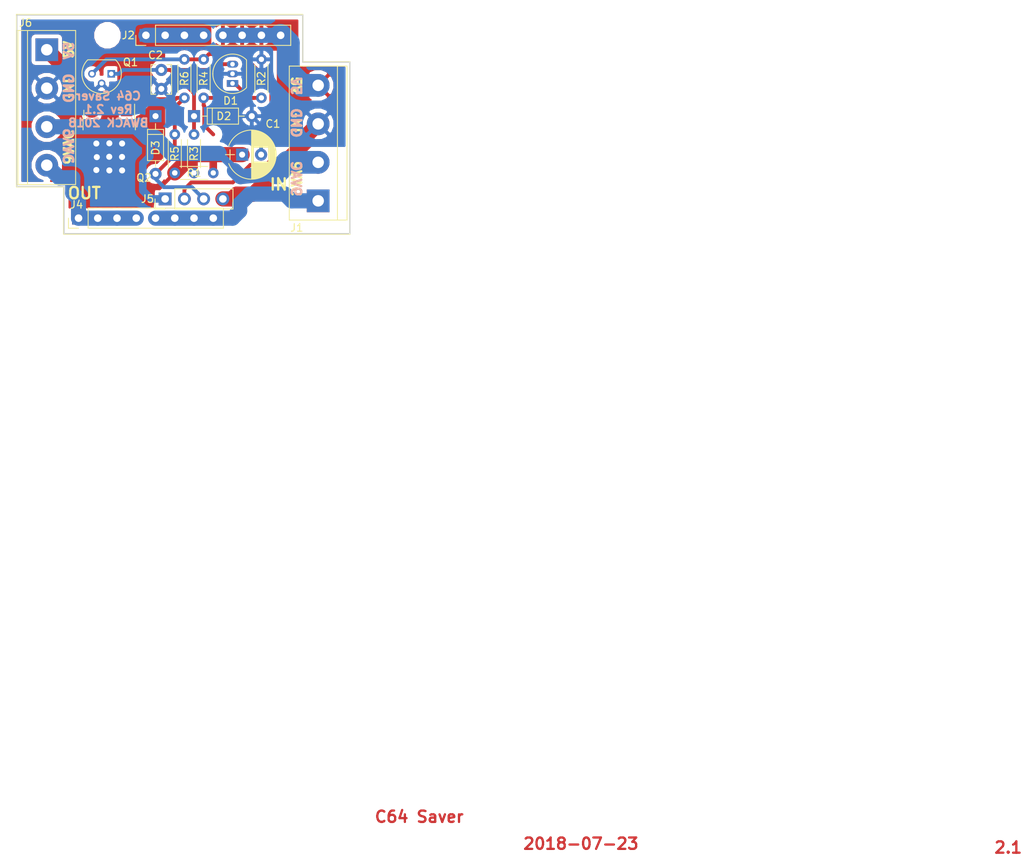
<source format=kicad_pcb>
(kicad_pcb (version 4) (host pcbnew 4.0.7)

  (general
    (links 50)
    (no_connects 3)
    (area 138.051429 81.475 273.057714 194.898)
    (thickness 1.6)
    (drawings 26)
    (tracks 152)
    (zones 0)
    (modules 21)
    (nets 12)
  )

  (page A4)
  (layers
    (0 F.Cu signal)
    (31 B.Cu signal)
    (32 B.Adhes user)
    (33 F.Adhes user)
    (34 B.Paste user)
    (35 F.Paste user)
    (36 B.SilkS user)
    (37 F.SilkS user)
    (38 B.Mask user)
    (39 F.Mask user)
    (40 Dwgs.User user)
    (41 Cmts.User user)
    (42 Eco1.User user)
    (43 Eco2.User user)
    (44 Edge.Cuts user)
    (45 Margin user)
    (46 B.CrtYd user)
    (47 F.CrtYd user)
    (48 B.Fab user hide)
    (49 F.Fab user hide)
  )

  (setup
    (last_trace_width 0.25)
    (user_trace_width 0.5)
    (user_trace_width 1)
    (user_trace_width 2)
    (user_trace_width 3)
    (trace_clearance 0.3)
    (zone_clearance 0.508)
    (zone_45_only no)
    (trace_min 0.2)
    (segment_width 0.2)
    (edge_width 0.15)
    (via_size 0.6)
    (via_drill 0.4)
    (via_min_size 0.4)
    (via_min_drill 0.3)
    (user_via 0.4 0.3)
    (user_via 1 0.8)
    (user_via 2 0.8)
    (user_via 3 0.8)
    (uvia_size 0.3)
    (uvia_drill 0.1)
    (uvias_allowed no)
    (uvia_min_size 0.2)
    (uvia_min_drill 0.1)
    (pcb_text_width 0.3)
    (pcb_text_size 1.5 1.5)
    (mod_edge_width 0.15)
    (mod_text_size 1 1)
    (mod_text_width 0.15)
    (pad_size 1.524 1.524)
    (pad_drill 0.762)
    (pad_to_mask_clearance 0.2)
    (aux_axis_origin 0 0)
    (visible_elements 7FFFEFFF)
    (pcbplotparams
      (layerselection 0x010f0_80000001)
      (usegerberextensions true)
      (excludeedgelayer false)
      (linewidth 0.100000)
      (plotframeref false)
      (viasonmask false)
      (mode 1)
      (useauxorigin false)
      (hpglpennumber 1)
      (hpglpenspeed 20)
      (hpglpendiameter 15)
      (hpglpenoverlay 2)
      (psnegative false)
      (psa4output false)
      (plotreference true)
      (plotvalue true)
      (plotinvisibletext false)
      (padsonsilk false)
      (subtractmaskfromsilk false)
      (outputformat 1)
      (mirror false)
      (drillshape 0)
      (scaleselection 1)
      (outputdirectory gerber))
  )

  (net 0 "")
  (net 1 /VCC1-)
  (net 2 GND)
  (net 3 PGATE)
  (net 4 /VCC1+)
  (net 5 OVERVOLTAGE)
  (net 6 /5V_SAFE)
  (net 7 /NGATE)
  (net 8 /SENSE)
  (net 9 /9VAC1)
  (net 10 /9VAC2)
  (net 11 /9VAC1')

  (net_class Default "This is the default net class."
    (clearance 0.3)
    (trace_width 0.25)
    (via_dia 0.6)
    (via_drill 0.4)
    (uvia_dia 0.3)
    (uvia_drill 0.1)
    (add_net /5V_SAFE)
    (add_net /9VAC1)
    (add_net /9VAC1')
    (add_net /9VAC2)
    (add_net /NGATE)
    (add_net /SENSE)
    (add_net /VCC1-)
    (add_net GND)
    (add_net OVERVOLTAGE)
    (add_net PGATE)
  )

  (net_class POWER ""
    (clearance 0.3)
    (trace_width 2)
    (via_dia 1.2)
    (via_drill 1)
    (uvia_dia 0.3)
    (uvia_drill 0.1)
    (add_net /VCC1+)
  )

  (module Capacitors_THT:CP_Radial_D6.3mm_P2.50mm (layer F.Cu) (tedit 597BC7C2) (tstamp 5B1EDC3E)
    (at 170.18 102.108)
    (descr "CP, Radial series, Radial, pin pitch=2.50mm, , diameter=6.3mm, Electrolytic Capacitor")
    (tags "CP Radial series Radial pin pitch 2.50mm  diameter 6.3mm Electrolytic Capacitor")
    (path /5AFB3C02)
    (fp_text reference C1 (at 4.064 -4.064) (layer F.SilkS)
      (effects (font (size 1 1) (thickness 0.15)))
    )
    (fp_text value 47uF (at 1.25 4.46) (layer F.Fab)
      (effects (font (size 1 1) (thickness 0.15)))
    )
    (fp_arc (start 1.25 0) (end -1.767482 -1.18) (angle 137.3) (layer F.SilkS) (width 0.12))
    (fp_arc (start 1.25 0) (end -1.767482 1.18) (angle -137.3) (layer F.SilkS) (width 0.12))
    (fp_arc (start 1.25 0) (end 4.267482 -1.18) (angle 42.7) (layer F.SilkS) (width 0.12))
    (fp_circle (center 1.25 0) (end 4.4 0) (layer F.Fab) (width 0.1))
    (fp_line (start -2.2 0) (end -1 0) (layer F.Fab) (width 0.1))
    (fp_line (start -1.6 -0.65) (end -1.6 0.65) (layer F.Fab) (width 0.1))
    (fp_line (start 1.25 -3.2) (end 1.25 3.2) (layer F.SilkS) (width 0.12))
    (fp_line (start 1.29 -3.2) (end 1.29 3.2) (layer F.SilkS) (width 0.12))
    (fp_line (start 1.33 -3.2) (end 1.33 3.2) (layer F.SilkS) (width 0.12))
    (fp_line (start 1.37 -3.198) (end 1.37 3.198) (layer F.SilkS) (width 0.12))
    (fp_line (start 1.41 -3.197) (end 1.41 3.197) (layer F.SilkS) (width 0.12))
    (fp_line (start 1.45 -3.194) (end 1.45 3.194) (layer F.SilkS) (width 0.12))
    (fp_line (start 1.49 -3.192) (end 1.49 3.192) (layer F.SilkS) (width 0.12))
    (fp_line (start 1.53 -3.188) (end 1.53 -0.98) (layer F.SilkS) (width 0.12))
    (fp_line (start 1.53 0.98) (end 1.53 3.188) (layer F.SilkS) (width 0.12))
    (fp_line (start 1.57 -3.185) (end 1.57 -0.98) (layer F.SilkS) (width 0.12))
    (fp_line (start 1.57 0.98) (end 1.57 3.185) (layer F.SilkS) (width 0.12))
    (fp_line (start 1.61 -3.18) (end 1.61 -0.98) (layer F.SilkS) (width 0.12))
    (fp_line (start 1.61 0.98) (end 1.61 3.18) (layer F.SilkS) (width 0.12))
    (fp_line (start 1.65 -3.176) (end 1.65 -0.98) (layer F.SilkS) (width 0.12))
    (fp_line (start 1.65 0.98) (end 1.65 3.176) (layer F.SilkS) (width 0.12))
    (fp_line (start 1.69 -3.17) (end 1.69 -0.98) (layer F.SilkS) (width 0.12))
    (fp_line (start 1.69 0.98) (end 1.69 3.17) (layer F.SilkS) (width 0.12))
    (fp_line (start 1.73 -3.165) (end 1.73 -0.98) (layer F.SilkS) (width 0.12))
    (fp_line (start 1.73 0.98) (end 1.73 3.165) (layer F.SilkS) (width 0.12))
    (fp_line (start 1.77 -3.158) (end 1.77 -0.98) (layer F.SilkS) (width 0.12))
    (fp_line (start 1.77 0.98) (end 1.77 3.158) (layer F.SilkS) (width 0.12))
    (fp_line (start 1.81 -3.152) (end 1.81 -0.98) (layer F.SilkS) (width 0.12))
    (fp_line (start 1.81 0.98) (end 1.81 3.152) (layer F.SilkS) (width 0.12))
    (fp_line (start 1.85 -3.144) (end 1.85 -0.98) (layer F.SilkS) (width 0.12))
    (fp_line (start 1.85 0.98) (end 1.85 3.144) (layer F.SilkS) (width 0.12))
    (fp_line (start 1.89 -3.137) (end 1.89 -0.98) (layer F.SilkS) (width 0.12))
    (fp_line (start 1.89 0.98) (end 1.89 3.137) (layer F.SilkS) (width 0.12))
    (fp_line (start 1.93 -3.128) (end 1.93 -0.98) (layer F.SilkS) (width 0.12))
    (fp_line (start 1.93 0.98) (end 1.93 3.128) (layer F.SilkS) (width 0.12))
    (fp_line (start 1.971 -3.119) (end 1.971 -0.98) (layer F.SilkS) (width 0.12))
    (fp_line (start 1.971 0.98) (end 1.971 3.119) (layer F.SilkS) (width 0.12))
    (fp_line (start 2.011 -3.11) (end 2.011 -0.98) (layer F.SilkS) (width 0.12))
    (fp_line (start 2.011 0.98) (end 2.011 3.11) (layer F.SilkS) (width 0.12))
    (fp_line (start 2.051 -3.1) (end 2.051 -0.98) (layer F.SilkS) (width 0.12))
    (fp_line (start 2.051 0.98) (end 2.051 3.1) (layer F.SilkS) (width 0.12))
    (fp_line (start 2.091 -3.09) (end 2.091 -0.98) (layer F.SilkS) (width 0.12))
    (fp_line (start 2.091 0.98) (end 2.091 3.09) (layer F.SilkS) (width 0.12))
    (fp_line (start 2.131 -3.079) (end 2.131 -0.98) (layer F.SilkS) (width 0.12))
    (fp_line (start 2.131 0.98) (end 2.131 3.079) (layer F.SilkS) (width 0.12))
    (fp_line (start 2.171 -3.067) (end 2.171 -0.98) (layer F.SilkS) (width 0.12))
    (fp_line (start 2.171 0.98) (end 2.171 3.067) (layer F.SilkS) (width 0.12))
    (fp_line (start 2.211 -3.055) (end 2.211 -0.98) (layer F.SilkS) (width 0.12))
    (fp_line (start 2.211 0.98) (end 2.211 3.055) (layer F.SilkS) (width 0.12))
    (fp_line (start 2.251 -3.042) (end 2.251 -0.98) (layer F.SilkS) (width 0.12))
    (fp_line (start 2.251 0.98) (end 2.251 3.042) (layer F.SilkS) (width 0.12))
    (fp_line (start 2.291 -3.029) (end 2.291 -0.98) (layer F.SilkS) (width 0.12))
    (fp_line (start 2.291 0.98) (end 2.291 3.029) (layer F.SilkS) (width 0.12))
    (fp_line (start 2.331 -3.015) (end 2.331 -0.98) (layer F.SilkS) (width 0.12))
    (fp_line (start 2.331 0.98) (end 2.331 3.015) (layer F.SilkS) (width 0.12))
    (fp_line (start 2.371 -3.001) (end 2.371 -0.98) (layer F.SilkS) (width 0.12))
    (fp_line (start 2.371 0.98) (end 2.371 3.001) (layer F.SilkS) (width 0.12))
    (fp_line (start 2.411 -2.986) (end 2.411 -0.98) (layer F.SilkS) (width 0.12))
    (fp_line (start 2.411 0.98) (end 2.411 2.986) (layer F.SilkS) (width 0.12))
    (fp_line (start 2.451 -2.97) (end 2.451 -0.98) (layer F.SilkS) (width 0.12))
    (fp_line (start 2.451 0.98) (end 2.451 2.97) (layer F.SilkS) (width 0.12))
    (fp_line (start 2.491 -2.954) (end 2.491 -0.98) (layer F.SilkS) (width 0.12))
    (fp_line (start 2.491 0.98) (end 2.491 2.954) (layer F.SilkS) (width 0.12))
    (fp_line (start 2.531 -2.937) (end 2.531 -0.98) (layer F.SilkS) (width 0.12))
    (fp_line (start 2.531 0.98) (end 2.531 2.937) (layer F.SilkS) (width 0.12))
    (fp_line (start 2.571 -2.919) (end 2.571 -0.98) (layer F.SilkS) (width 0.12))
    (fp_line (start 2.571 0.98) (end 2.571 2.919) (layer F.SilkS) (width 0.12))
    (fp_line (start 2.611 -2.901) (end 2.611 -0.98) (layer F.SilkS) (width 0.12))
    (fp_line (start 2.611 0.98) (end 2.611 2.901) (layer F.SilkS) (width 0.12))
    (fp_line (start 2.651 -2.882) (end 2.651 -0.98) (layer F.SilkS) (width 0.12))
    (fp_line (start 2.651 0.98) (end 2.651 2.882) (layer F.SilkS) (width 0.12))
    (fp_line (start 2.691 -2.863) (end 2.691 -0.98) (layer F.SilkS) (width 0.12))
    (fp_line (start 2.691 0.98) (end 2.691 2.863) (layer F.SilkS) (width 0.12))
    (fp_line (start 2.731 -2.843) (end 2.731 -0.98) (layer F.SilkS) (width 0.12))
    (fp_line (start 2.731 0.98) (end 2.731 2.843) (layer F.SilkS) (width 0.12))
    (fp_line (start 2.771 -2.822) (end 2.771 -0.98) (layer F.SilkS) (width 0.12))
    (fp_line (start 2.771 0.98) (end 2.771 2.822) (layer F.SilkS) (width 0.12))
    (fp_line (start 2.811 -2.8) (end 2.811 -0.98) (layer F.SilkS) (width 0.12))
    (fp_line (start 2.811 0.98) (end 2.811 2.8) (layer F.SilkS) (width 0.12))
    (fp_line (start 2.851 -2.778) (end 2.851 -0.98) (layer F.SilkS) (width 0.12))
    (fp_line (start 2.851 0.98) (end 2.851 2.778) (layer F.SilkS) (width 0.12))
    (fp_line (start 2.891 -2.755) (end 2.891 -0.98) (layer F.SilkS) (width 0.12))
    (fp_line (start 2.891 0.98) (end 2.891 2.755) (layer F.SilkS) (width 0.12))
    (fp_line (start 2.931 -2.731) (end 2.931 -0.98) (layer F.SilkS) (width 0.12))
    (fp_line (start 2.931 0.98) (end 2.931 2.731) (layer F.SilkS) (width 0.12))
    (fp_line (start 2.971 -2.706) (end 2.971 -0.98) (layer F.SilkS) (width 0.12))
    (fp_line (start 2.971 0.98) (end 2.971 2.706) (layer F.SilkS) (width 0.12))
    (fp_line (start 3.011 -2.681) (end 3.011 -0.98) (layer F.SilkS) (width 0.12))
    (fp_line (start 3.011 0.98) (end 3.011 2.681) (layer F.SilkS) (width 0.12))
    (fp_line (start 3.051 -2.654) (end 3.051 -0.98) (layer F.SilkS) (width 0.12))
    (fp_line (start 3.051 0.98) (end 3.051 2.654) (layer F.SilkS) (width 0.12))
    (fp_line (start 3.091 -2.627) (end 3.091 -0.98) (layer F.SilkS) (width 0.12))
    (fp_line (start 3.091 0.98) (end 3.091 2.627) (layer F.SilkS) (width 0.12))
    (fp_line (start 3.131 -2.599) (end 3.131 -0.98) (layer F.SilkS) (width 0.12))
    (fp_line (start 3.131 0.98) (end 3.131 2.599) (layer F.SilkS) (width 0.12))
    (fp_line (start 3.171 -2.57) (end 3.171 -0.98) (layer F.SilkS) (width 0.12))
    (fp_line (start 3.171 0.98) (end 3.171 2.57) (layer F.SilkS) (width 0.12))
    (fp_line (start 3.211 -2.54) (end 3.211 -0.98) (layer F.SilkS) (width 0.12))
    (fp_line (start 3.211 0.98) (end 3.211 2.54) (layer F.SilkS) (width 0.12))
    (fp_line (start 3.251 -2.51) (end 3.251 -0.98) (layer F.SilkS) (width 0.12))
    (fp_line (start 3.251 0.98) (end 3.251 2.51) (layer F.SilkS) (width 0.12))
    (fp_line (start 3.291 -2.478) (end 3.291 -0.98) (layer F.SilkS) (width 0.12))
    (fp_line (start 3.291 0.98) (end 3.291 2.478) (layer F.SilkS) (width 0.12))
    (fp_line (start 3.331 -2.445) (end 3.331 -0.98) (layer F.SilkS) (width 0.12))
    (fp_line (start 3.331 0.98) (end 3.331 2.445) (layer F.SilkS) (width 0.12))
    (fp_line (start 3.371 -2.411) (end 3.371 -0.98) (layer F.SilkS) (width 0.12))
    (fp_line (start 3.371 0.98) (end 3.371 2.411) (layer F.SilkS) (width 0.12))
    (fp_line (start 3.411 -2.375) (end 3.411 -0.98) (layer F.SilkS) (width 0.12))
    (fp_line (start 3.411 0.98) (end 3.411 2.375) (layer F.SilkS) (width 0.12))
    (fp_line (start 3.451 -2.339) (end 3.451 -0.98) (layer F.SilkS) (width 0.12))
    (fp_line (start 3.451 0.98) (end 3.451 2.339) (layer F.SilkS) (width 0.12))
    (fp_line (start 3.491 -2.301) (end 3.491 2.301) (layer F.SilkS) (width 0.12))
    (fp_line (start 3.531 -2.262) (end 3.531 2.262) (layer F.SilkS) (width 0.12))
    (fp_line (start 3.571 -2.222) (end 3.571 2.222) (layer F.SilkS) (width 0.12))
    (fp_line (start 3.611 -2.18) (end 3.611 2.18) (layer F.SilkS) (width 0.12))
    (fp_line (start 3.651 -2.137) (end 3.651 2.137) (layer F.SilkS) (width 0.12))
    (fp_line (start 3.691 -2.092) (end 3.691 2.092) (layer F.SilkS) (width 0.12))
    (fp_line (start 3.731 -2.045) (end 3.731 2.045) (layer F.SilkS) (width 0.12))
    (fp_line (start 3.771 -1.997) (end 3.771 1.997) (layer F.SilkS) (width 0.12))
    (fp_line (start 3.811 -1.946) (end 3.811 1.946) (layer F.SilkS) (width 0.12))
    (fp_line (start 3.851 -1.894) (end 3.851 1.894) (layer F.SilkS) (width 0.12))
    (fp_line (start 3.891 -1.839) (end 3.891 1.839) (layer F.SilkS) (width 0.12))
    (fp_line (start 3.931 -1.781) (end 3.931 1.781) (layer F.SilkS) (width 0.12))
    (fp_line (start 3.971 -1.721) (end 3.971 1.721) (layer F.SilkS) (width 0.12))
    (fp_line (start 4.011 -1.658) (end 4.011 1.658) (layer F.SilkS) (width 0.12))
    (fp_line (start 4.051 -1.591) (end 4.051 1.591) (layer F.SilkS) (width 0.12))
    (fp_line (start 4.091 -1.52) (end 4.091 1.52) (layer F.SilkS) (width 0.12))
    (fp_line (start 4.131 -1.445) (end 4.131 1.445) (layer F.SilkS) (width 0.12))
    (fp_line (start 4.171 -1.364) (end 4.171 1.364) (layer F.SilkS) (width 0.12))
    (fp_line (start 4.211 -1.278) (end 4.211 1.278) (layer F.SilkS) (width 0.12))
    (fp_line (start 4.251 -1.184) (end 4.251 1.184) (layer F.SilkS) (width 0.12))
    (fp_line (start 4.291 -1.081) (end 4.291 1.081) (layer F.SilkS) (width 0.12))
    (fp_line (start 4.331 -0.966) (end 4.331 0.966) (layer F.SilkS) (width 0.12))
    (fp_line (start 4.371 -0.834) (end 4.371 0.834) (layer F.SilkS) (width 0.12))
    (fp_line (start 4.411 -0.676) (end 4.411 0.676) (layer F.SilkS) (width 0.12))
    (fp_line (start 4.451 -0.468) (end 4.451 0.468) (layer F.SilkS) (width 0.12))
    (fp_line (start -2.2 0) (end -1 0) (layer F.SilkS) (width 0.12))
    (fp_line (start -1.6 -0.65) (end -1.6 0.65) (layer F.SilkS) (width 0.12))
    (fp_line (start -2.25 -3.5) (end -2.25 3.5) (layer F.CrtYd) (width 0.05))
    (fp_line (start -2.25 3.5) (end 4.75 3.5) (layer F.CrtYd) (width 0.05))
    (fp_line (start 4.75 3.5) (end 4.75 -3.5) (layer F.CrtYd) (width 0.05))
    (fp_line (start 4.75 -3.5) (end -2.25 -3.5) (layer F.CrtYd) (width 0.05))
    (fp_text user %R (at 1.25 0) (layer F.Fab)
      (effects (font (size 1 1) (thickness 0.15)))
    )
    (pad 1 thru_hole rect (at 0 0) (size 1.6 1.6) (drill 0.8) (layers *.Cu *.Mask)
      (net 1 /VCC1-))
    (pad 2 thru_hole circle (at 2.5 0) (size 1.6 1.6) (drill 0.8) (layers *.Cu *.Mask)
      (net 2 GND))
    (model ${KISYS3DMOD}/Capacitors_THT.3dshapes/CP_Radial_D6.3mm_P2.50mm.wrl
      (at (xyz 0 0 0))
      (scale (xyz 1 1 1))
      (rotate (xyz 0 0 0))
    )
  )

  (module TO_SOT_Packages_THT:TO-92_Molded_Narrow (layer F.Cu) (tedit 58CE52AF) (tstamp 5B1D8B4C)
    (at 152.908 91.44 180)
    (descr "TO-92 leads molded, narrow, drill 0.6mm (see NXP sot054_po.pdf)")
    (tags "to-92 sc-43 sc-43a sot54 PA33 transistor")
    (path /5B1D3AF8)
    (fp_text reference Q1 (at -2.54 1.524 180) (layer F.SilkS)
      (effects (font (size 1 1) (thickness 0.15)))
    )
    (fp_text value 2N7002 (at 1.27 2.79 180) (layer F.Fab)
      (effects (font (size 1 1) (thickness 0.15)))
    )
    (fp_text user %R (at 1.27 -3.56 180) (layer F.Fab)
      (effects (font (size 1 1) (thickness 0.15)))
    )
    (fp_line (start -0.53 1.85) (end 3.07 1.85) (layer F.SilkS) (width 0.12))
    (fp_line (start -0.5 1.75) (end 3 1.75) (layer F.Fab) (width 0.1))
    (fp_line (start -1.46 -2.73) (end 4 -2.73) (layer F.CrtYd) (width 0.05))
    (fp_line (start -1.46 -2.73) (end -1.46 2.01) (layer F.CrtYd) (width 0.05))
    (fp_line (start 4 2.01) (end 4 -2.73) (layer F.CrtYd) (width 0.05))
    (fp_line (start 4 2.01) (end -1.46 2.01) (layer F.CrtYd) (width 0.05))
    (fp_arc (start 1.27 0) (end 1.27 -2.48) (angle 135) (layer F.Fab) (width 0.1))
    (fp_arc (start 1.27 0) (end 1.27 -2.6) (angle -135) (layer F.SilkS) (width 0.12))
    (fp_arc (start 1.27 0) (end 1.27 -2.48) (angle -135) (layer F.Fab) (width 0.1))
    (fp_arc (start 1.27 0) (end 1.27 -2.6) (angle 135) (layer F.SilkS) (width 0.12))
    (pad 2 thru_hole circle (at 1.27 -1.27 270) (size 1 1) (drill 0.6) (layers *.Cu *.Mask)
      (net 2 GND))
    (pad 3 thru_hole circle (at 2.54 0 270) (size 1 1) (drill 0.6) (layers *.Cu *.Mask)
      (net 5 OVERVOLTAGE))
    (pad 1 thru_hole rect (at 0 0 270) (size 1 1) (drill 0.6) (layers *.Cu *.Mask)
      (net 7 /NGATE))
    (model ${KISYS3DMOD}/TO_SOT_Packages_THT.3dshapes/TO-92_Molded_Narrow.wrl
      (at (xyz 0.05 0 0))
      (scale (xyz 1 1 1))
      (rotate (xyz 0 0 -90))
    )
  )

  (module Connectors_Terminal_Blocks:TerminalBlock_bornier-4_P5.08mm (layer F.Cu) (tedit 59FF03D1) (tstamp 5B1D8B3F)
    (at 144.399 88.265 270)
    (descr "simple 4-pin terminal block, pitch 5.08mm, revamped version of bornier4")
    (tags "terminal block bornier4")
    (path /5B1D42F2)
    (fp_text reference J6 (at -3.556 2.794 360) (layer F.SilkS)
      (effects (font (size 1 1) (thickness 0.15)))
    )
    (fp_text value Conn_01x04 (at 7.6 4.75 270) (layer F.Fab)
      (effects (font (size 1 1) (thickness 0.15)))
    )
    (fp_text user %R (at 7.62 0 270) (layer F.Fab)
      (effects (font (size 1 1) (thickness 0.15)))
    )
    (fp_line (start -2.48 2.55) (end 17.72 2.55) (layer F.Fab) (width 0.1))
    (fp_line (start -2.43 3.75) (end -2.48 3.75) (layer F.Fab) (width 0.1))
    (fp_line (start -2.48 3.75) (end -2.48 -3.75) (layer F.Fab) (width 0.1))
    (fp_line (start -2.48 -3.75) (end 17.72 -3.75) (layer F.Fab) (width 0.1))
    (fp_line (start 17.72 -3.75) (end 17.72 3.75) (layer F.Fab) (width 0.1))
    (fp_line (start 17.72 3.75) (end -2.43 3.75) (layer F.Fab) (width 0.1))
    (fp_line (start -2.54 -3.81) (end -2.54 3.81) (layer F.SilkS) (width 0.12))
    (fp_line (start 17.78 3.81) (end 17.78 -3.81) (layer F.SilkS) (width 0.12))
    (fp_line (start 17.78 2.54) (end -2.54 2.54) (layer F.SilkS) (width 0.12))
    (fp_line (start -2.54 -3.81) (end 17.78 -3.81) (layer F.SilkS) (width 0.12))
    (fp_line (start -2.54 3.81) (end 17.78 3.81) (layer F.SilkS) (width 0.12))
    (fp_line (start -2.73 -4) (end 17.97 -4) (layer F.CrtYd) (width 0.05))
    (fp_line (start -2.73 -4) (end -2.73 4) (layer F.CrtYd) (width 0.05))
    (fp_line (start 17.97 4) (end 17.97 -4) (layer F.CrtYd) (width 0.05))
    (fp_line (start 17.97 4) (end -2.73 4) (layer F.CrtYd) (width 0.05))
    (pad 2 thru_hole circle (at 5.08 0 270) (size 3 3) (drill 1.52) (layers *.Cu *.Mask)
      (net 2 GND))
    (pad 3 thru_hole circle (at 10.16 0 270) (size 3 3) (drill 1.52) (layers *.Cu *.Mask)
      (net 10 /9VAC2))
    (pad 1 thru_hole rect (at 0 0 270) (size 3 3) (drill 1.52) (layers *.Cu *.Mask)
      (net 6 /5V_SAFE))
    (pad 4 thru_hole circle (at 15.24 0 270) (size 3 3) (drill 1.52) (layers *.Cu *.Mask)
      (net 11 /9VAC1'))
    (model ${KISYS3DMOD}/Terminal_Blocks.3dshapes/TerminalBlock_bornier-4_P5.08mm.wrl
      (at (xyz 0.3 0 0))
      (scale (xyz 1 1 1))
      (rotate (xyz 0 0 0))
    )
  )

  (module Capacitors_THT:C_Disc_D3.8mm_W2.6mm_P2.50mm (layer F.Cu) (tedit 597BC7C2) (tstamp 5B1D8D84)
    (at 159.512 90.932 270)
    (descr "C, Disc series, Radial, pin pitch=2.50mm, , diameter*width=3.8*2.6mm^2, Capacitor, http://www.vishay.com/docs/45233/krseries.pdf")
    (tags "C Disc series Radial pin pitch 2.50mm  diameter 3.8mm width 2.6mm Capacitor")
    (path /5B1D7082)
    (fp_text reference C2 (at -1.945 0.762 360) (layer F.SilkS)
      (effects (font (size 1 1) (thickness 0.15)))
    )
    (fp_text value 0.1uF (at 1.25 2.61 270) (layer F.Fab)
      (effects (font (size 1 1) (thickness 0.15)))
    )
    (fp_line (start -0.65 -1.3) (end -0.65 1.3) (layer F.Fab) (width 0.1))
    (fp_line (start -0.65 1.3) (end 3.15 1.3) (layer F.Fab) (width 0.1))
    (fp_line (start 3.15 1.3) (end 3.15 -1.3) (layer F.Fab) (width 0.1))
    (fp_line (start 3.15 -1.3) (end -0.65 -1.3) (layer F.Fab) (width 0.1))
    (fp_line (start -0.71 -1.36) (end 3.21 -1.36) (layer F.SilkS) (width 0.12))
    (fp_line (start -0.71 1.36) (end 3.21 1.36) (layer F.SilkS) (width 0.12))
    (fp_line (start -0.71 -1.36) (end -0.71 -0.75) (layer F.SilkS) (width 0.12))
    (fp_line (start -0.71 0.75) (end -0.71 1.36) (layer F.SilkS) (width 0.12))
    (fp_line (start 3.21 -1.36) (end 3.21 -0.75) (layer F.SilkS) (width 0.12))
    (fp_line (start 3.21 0.75) (end 3.21 1.36) (layer F.SilkS) (width 0.12))
    (fp_line (start -1.05 -1.65) (end -1.05 1.65) (layer F.CrtYd) (width 0.05))
    (fp_line (start -1.05 1.65) (end 3.55 1.65) (layer F.CrtYd) (width 0.05))
    (fp_line (start 3.55 1.65) (end 3.55 -1.65) (layer F.CrtYd) (width 0.05))
    (fp_line (start 3.55 -1.65) (end -1.05 -1.65) (layer F.CrtYd) (width 0.05))
    (fp_text user %R (at 1.25 0 270) (layer F.Fab)
      (effects (font (size 1 1) (thickness 0.15)))
    )
    (pad 1 thru_hole circle (at 0 0 270) (size 1.6 1.6) (drill 0.8) (layers *.Cu *.Mask)
      (net 7 /NGATE))
    (pad 2 thru_hole circle (at 2.5 0 270) (size 1.6 1.6) (drill 0.8) (layers *.Cu *.Mask)
      (net 2 GND))
    (model ${KISYS3DMOD}/Capacitors_THT.3dshapes/C_Disc_D3.8mm_W2.6mm_P2.50mm.wrl
      (at (xyz 0 0 0))
      (scale (xyz 1 1 1))
      (rotate (xyz 0 0 0))
    )
  )

  (module Diodes_THT:D_DO-35_SOD27_P7.62mm_Horizontal (layer F.Cu) (tedit 5921392F) (tstamp 5B1D8D89)
    (at 163.83 97.028)
    (descr "D, DO-35_SOD27 series, Axial, Horizontal, pin pitch=7.62mm, , length*diameter=4*2mm^2, , http://www.diodes.com/_files/packages/DO-35.pdf")
    (tags "D DO-35_SOD27 series Axial Horizontal pin pitch 7.62mm  length 4mm diameter 2mm")
    (path /5B1D3C9A)
    (fp_text reference D2 (at 3.937 0 180) (layer F.SilkS)
      (effects (font (size 1 1) (thickness 0.15)))
    )
    (fp_text value 6V8 (at 3.81 0) (layer F.Fab)
      (effects (font (size 1 1) (thickness 0.15)))
    )
    (fp_text user %R (at 3.81 0) (layer F.Fab)
      (effects (font (size 1 1) (thickness 0.15)))
    )
    (fp_line (start 1.81 -1) (end 1.81 1) (layer F.Fab) (width 0.1))
    (fp_line (start 1.81 1) (end 5.81 1) (layer F.Fab) (width 0.1))
    (fp_line (start 5.81 1) (end 5.81 -1) (layer F.Fab) (width 0.1))
    (fp_line (start 5.81 -1) (end 1.81 -1) (layer F.Fab) (width 0.1))
    (fp_line (start 0 0) (end 1.81 0) (layer F.Fab) (width 0.1))
    (fp_line (start 7.62 0) (end 5.81 0) (layer F.Fab) (width 0.1))
    (fp_line (start 2.41 -1) (end 2.41 1) (layer F.Fab) (width 0.1))
    (fp_line (start 1.75 -1.06) (end 1.75 1.06) (layer F.SilkS) (width 0.12))
    (fp_line (start 1.75 1.06) (end 5.87 1.06) (layer F.SilkS) (width 0.12))
    (fp_line (start 5.87 1.06) (end 5.87 -1.06) (layer F.SilkS) (width 0.12))
    (fp_line (start 5.87 -1.06) (end 1.75 -1.06) (layer F.SilkS) (width 0.12))
    (fp_line (start 0.98 0) (end 1.75 0) (layer F.SilkS) (width 0.12))
    (fp_line (start 6.64 0) (end 5.87 0) (layer F.SilkS) (width 0.12))
    (fp_line (start 2.41 -1.06) (end 2.41 1.06) (layer F.SilkS) (width 0.12))
    (fp_line (start -1.05 -1.35) (end -1.05 1.35) (layer F.CrtYd) (width 0.05))
    (fp_line (start -1.05 1.35) (end 8.7 1.35) (layer F.CrtYd) (width 0.05))
    (fp_line (start 8.7 1.35) (end 8.7 -1.35) (layer F.CrtYd) (width 0.05))
    (fp_line (start 8.7 -1.35) (end -1.05 -1.35) (layer F.CrtYd) (width 0.05))
    (pad 1 thru_hole rect (at 0 0) (size 1.6 1.6) (drill 0.8) (layers *.Cu *.Mask)
      (net 7 /NGATE))
    (pad 2 thru_hole oval (at 7.62 0) (size 1.6 1.6) (drill 0.8) (layers *.Cu *.Mask)
      (net 2 GND))
    (model ${KISYS3DMOD}/Diodes_THT.3dshapes/D_DO-35_SOD27_P7.62mm_Horizontal.wrl
      (at (xyz 0 0 0))
      (scale (xyz 0.393701 0.393701 0.393701))
      (rotate (xyz 0 0 0))
    )
  )

  (module Diodes_THT:D_DO-35_SOD27_P7.62mm_Horizontal (layer F.Cu) (tedit 5921392F) (tstamp 5B1D8D8E)
    (at 158.75 97.028 270)
    (descr "D, DO-35_SOD27 series, Axial, Horizontal, pin pitch=7.62mm, , length*diameter=4*2mm^2, , http://www.diodes.com/_files/packages/DO-35.pdf")
    (tags "D DO-35_SOD27 series Axial Horizontal pin pitch 7.62mm  length 4mm diameter 2mm")
    (path /5B1D7545)
    (fp_text reference D3 (at 4.191 0 450) (layer F.SilkS)
      (effects (font (size 1 1) (thickness 0.15)))
    )
    (fp_text value 6V8 (at 3.81 0 270) (layer F.Fab)
      (effects (font (size 1 1) (thickness 0.15)))
    )
    (fp_text user %R (at 3.81 0 270) (layer F.Fab)
      (effects (font (size 1 1) (thickness 0.15)))
    )
    (fp_line (start 1.81 -1) (end 1.81 1) (layer F.Fab) (width 0.1))
    (fp_line (start 1.81 1) (end 5.81 1) (layer F.Fab) (width 0.1))
    (fp_line (start 5.81 1) (end 5.81 -1) (layer F.Fab) (width 0.1))
    (fp_line (start 5.81 -1) (end 1.81 -1) (layer F.Fab) (width 0.1))
    (fp_line (start 0 0) (end 1.81 0) (layer F.Fab) (width 0.1))
    (fp_line (start 7.62 0) (end 5.81 0) (layer F.Fab) (width 0.1))
    (fp_line (start 2.41 -1) (end 2.41 1) (layer F.Fab) (width 0.1))
    (fp_line (start 1.75 -1.06) (end 1.75 1.06) (layer F.SilkS) (width 0.12))
    (fp_line (start 1.75 1.06) (end 5.87 1.06) (layer F.SilkS) (width 0.12))
    (fp_line (start 5.87 1.06) (end 5.87 -1.06) (layer F.SilkS) (width 0.12))
    (fp_line (start 5.87 -1.06) (end 1.75 -1.06) (layer F.SilkS) (width 0.12))
    (fp_line (start 0.98 0) (end 1.75 0) (layer F.SilkS) (width 0.12))
    (fp_line (start 6.64 0) (end 5.87 0) (layer F.SilkS) (width 0.12))
    (fp_line (start 2.41 -1.06) (end 2.41 1.06) (layer F.SilkS) (width 0.12))
    (fp_line (start -1.05 -1.35) (end -1.05 1.35) (layer F.CrtYd) (width 0.05))
    (fp_line (start -1.05 1.35) (end 8.7 1.35) (layer F.CrtYd) (width 0.05))
    (fp_line (start 8.7 1.35) (end 8.7 -1.35) (layer F.CrtYd) (width 0.05))
    (fp_line (start 8.7 -1.35) (end -1.05 -1.35) (layer F.CrtYd) (width 0.05))
    (pad 1 thru_hole rect (at 0 0 270) (size 1.6 1.6) (drill 0.8) (layers *.Cu *.Mask)
      (net 1 /VCC1-))
    (pad 2 thru_hole oval (at 7.62 0 270) (size 1.6 1.6) (drill 0.8) (layers *.Cu *.Mask)
      (net 3 PGATE))
    (model ${KISYS3DMOD}/Diodes_THT.3dshapes/D_DO-35_SOD27_P7.62mm_Horizontal.wrl
      (at (xyz 0 0 0))
      (scale (xyz 0.393701 0.393701 0.393701))
      (rotate (xyz 0 0 0))
    )
  )

  (module Connectors_Terminal_Blocks:TerminalBlock_bornier-4_P5.08mm (layer F.Cu) (tedit 59FF03D1) (tstamp 5B1D8E7A)
    (at 180.213 108.204 90)
    (descr "simple 4-pin terminal block, pitch 5.08mm, revamped version of bornier4")
    (tags "terminal block bornier4")
    (path /5B1D4425)
    (fp_text reference J1 (at -3.556 -2.82194 180) (layer F.SilkS)
      (effects (font (size 1 1) (thickness 0.15)))
    )
    (fp_text value Conn_01x04 (at 7.6 4.75 90) (layer F.Fab)
      (effects (font (size 1 1) (thickness 0.15)))
    )
    (fp_text user %R (at 7.62 0 270) (layer F.Fab)
      (effects (font (size 1 1) (thickness 0.15)))
    )
    (fp_line (start -2.48 2.55) (end 17.72 2.55) (layer F.Fab) (width 0.1))
    (fp_line (start -2.43 3.75) (end -2.48 3.75) (layer F.Fab) (width 0.1))
    (fp_line (start -2.48 3.75) (end -2.48 -3.75) (layer F.Fab) (width 0.1))
    (fp_line (start -2.48 -3.75) (end 17.72 -3.75) (layer F.Fab) (width 0.1))
    (fp_line (start 17.72 -3.75) (end 17.72 3.75) (layer F.Fab) (width 0.1))
    (fp_line (start 17.72 3.75) (end -2.43 3.75) (layer F.Fab) (width 0.1))
    (fp_line (start -2.54 -3.81) (end -2.54 3.81) (layer F.SilkS) (width 0.12))
    (fp_line (start 17.78 3.81) (end 17.78 -3.81) (layer F.SilkS) (width 0.12))
    (fp_line (start 17.78 2.54) (end -2.54 2.54) (layer F.SilkS) (width 0.12))
    (fp_line (start -2.54 -3.81) (end 17.78 -3.81) (layer F.SilkS) (width 0.12))
    (fp_line (start -2.54 3.81) (end 17.78 3.81) (layer F.SilkS) (width 0.12))
    (fp_line (start -2.73 -4) (end 17.97 -4) (layer F.CrtYd) (width 0.05))
    (fp_line (start -2.73 -4) (end -2.73 4) (layer F.CrtYd) (width 0.05))
    (fp_line (start 17.97 4) (end 17.97 -4) (layer F.CrtYd) (width 0.05))
    (fp_line (start 17.97 4) (end -2.73 4) (layer F.CrtYd) (width 0.05))
    (pad 2 thru_hole circle (at 5.08 0 90) (size 3 3) (drill 1.52) (layers *.Cu *.Mask)
      (net 10 /9VAC2))
    (pad 3 thru_hole circle (at 10.16 0 90) (size 3 3) (drill 1.52) (layers *.Cu *.Mask)
      (net 2 GND))
    (pad 1 thru_hole rect (at 0 0 90) (size 3 3) (drill 1.52) (layers *.Cu *.Mask)
      (net 9 /9VAC1))
    (pad 4 thru_hole circle (at 15.24 0 90) (size 3 3) (drill 1.52) (layers *.Cu *.Mask)
      (net 4 /VCC1+))
    (model ${KISYS3DMOD}/Terminal_Blocks.3dshapes/TerminalBlock_bornier-4_P5.08mm.wrl
      (at (xyz 0.3 0 0))
      (scale (xyz 1 1 1))
      (rotate (xyz 0 0 0))
    )
  )

  (module TO_SOT_Packages_THT:TO-92_Inline_Narrow_Oval (layer F.Cu) (tedit 58CE52AF) (tstamp 5B1EDB10)
    (at 168.91 92.71 90)
    (descr "TO-92 leads in-line, narrow, oval pads, drill 0.6mm (see NXP sot054_po.pdf)")
    (tags "to-92 sc-43 sc-43a sot54 PA33 transistor")
    (path /5B1EDB2D)
    (fp_text reference D1 (at -2.286 -0.254 180) (layer F.SilkS)
      (effects (font (size 1 1) (thickness 0.15)))
    )
    (fp_text value TL431LP (at 1.27 2.79 90) (layer F.Fab)
      (effects (font (size 1 1) (thickness 0.15)))
    )
    (fp_text user %R (at 1.27 -3.56 90) (layer F.Fab)
      (effects (font (size 1 1) (thickness 0.15)))
    )
    (fp_line (start -0.53 1.85) (end 3.07 1.85) (layer F.SilkS) (width 0.12))
    (fp_line (start -0.5 1.75) (end 3 1.75) (layer F.Fab) (width 0.1))
    (fp_line (start -1.46 -2.73) (end 4 -2.73) (layer F.CrtYd) (width 0.05))
    (fp_line (start -1.46 -2.73) (end -1.46 2.01) (layer F.CrtYd) (width 0.05))
    (fp_line (start 4 2.01) (end 4 -2.73) (layer F.CrtYd) (width 0.05))
    (fp_line (start 4 2.01) (end -1.46 2.01) (layer F.CrtYd) (width 0.05))
    (fp_arc (start 1.27 0) (end 1.27 -2.48) (angle 135) (layer F.Fab) (width 0.1))
    (fp_arc (start 1.27 0) (end 1.27 -2.6) (angle -135) (layer F.SilkS) (width 0.12))
    (fp_arc (start 1.27 0) (end 1.27 -2.48) (angle -135) (layer F.Fab) (width 0.1))
    (fp_arc (start 1.27 0) (end 1.27 -2.6) (angle 135) (layer F.SilkS) (width 0.12))
    (pad 2 thru_hole oval (at 1.27 0 270) (size 0.9 1.5) (drill 0.6) (layers *.Cu *.Mask)
      (net 2 GND))
    (pad 3 thru_hole oval (at 2.54 0 270) (size 0.9 1.5) (drill 0.6) (layers *.Cu *.Mask)
      (net 7 /NGATE))
    (pad 1 thru_hole rect (at 0 0 270) (size 0.9 1.5) (drill 0.6) (layers *.Cu *.Mask)
      (net 8 /SENSE))
    (model ${KISYS3DMOD}/TO_SOT_Packages_THT.3dshapes/TO-92_Inline_Narrow_Oval.wrl
      (at (xyz 0.05 0 0))
      (scale (xyz 1 1 1))
      (rotate (xyz 0 0 -90))
    )
  )

  (module TO_SOT_Packages_SMD:ATPAK-2 (layer F.Cu) (tedit 59044510) (tstamp 5B1EED44)
    (at 152.64 100.59 270)
    (descr "ATPAK SMD package, http://www.onsemi.com/pub/Collateral/ENA2192-D.PDF")
    (tags "ATPAK ")
    (path /5B217093)
    (attr smd)
    (fp_text reference Q2 (at 4.572 -4.586 360) (layer F.SilkS)
      (effects (font (size 1 1) (thickness 0.15)))
    )
    (fp_text value Q_PMOS_GDS (at 0 4.5 270) (layer F.Fab)
      (effects (font (size 1 1) (thickness 0.15)))
    )
    (fp_line (start 4.25 -3.25) (end 4.75 -3.25) (layer F.Fab) (width 0.1))
    (fp_line (start 4.75 -3.25) (end 4.75 3.25) (layer F.Fab) (width 0.1))
    (fp_line (start 4.75 3.25) (end 4.25 3.25) (layer F.Fab) (width 0.1))
    (fp_line (start 4.25 -3.25) (end 4.25 3.25) (layer F.Fab) (width 0.1))
    (fp_line (start 4.25 3.25) (end -3.05 3.25) (layer F.Fab) (width 0.1))
    (fp_line (start -3.05 3.25) (end -3.05 -2.25) (layer F.Fab) (width 0.1))
    (fp_line (start -3.05 -2.25) (end -2.05 -3.25) (layer F.Fab) (width 0.1))
    (fp_line (start -2.05 -3.25) (end 4.25 -3.25) (layer F.Fab) (width 0.1))
    (fp_line (start -2.7 -2.6) (end -4.75 -2.6) (layer F.Fab) (width 0.1))
    (fp_line (start -4.75 -2.6) (end -4.75 -2) (layer F.Fab) (width 0.1))
    (fp_line (start -4.75 -2) (end -3.05 -2) (layer F.Fab) (width 0.1))
    (fp_line (start -3.05 2) (end -4.75 2) (layer F.Fab) (width 0.1))
    (fp_line (start -4.75 2) (end -4.75 2.6) (layer F.Fab) (width 0.1))
    (fp_line (start -4.75 2.6) (end -3.05 2.6) (layer F.Fab) (width 0.1))
    (fp_line (start -1.75 -3.45) (end -3.25 -3.45) (layer F.SilkS) (width 0.12))
    (fp_line (start -3.25 -3.45) (end -3.25 -3.35) (layer F.SilkS) (width 0.12))
    (fp_line (start -3.25 -3.35) (end -5.15 -3.35) (layer F.SilkS) (width 0.12))
    (fp_line (start -1.75 3.45) (end -3.25 3.45) (layer F.SilkS) (width 0.12))
    (fp_line (start -3.25 3.45) (end -3.25 3.35) (layer F.SilkS) (width 0.12))
    (fp_line (start -3.25 3.35) (end -4.35 3.35) (layer F.SilkS) (width 0.12))
    (fp_line (start -5.4 -3.5) (end -5.4 3.5) (layer F.CrtYd) (width 0.05))
    (fp_line (start -5.4 3.5) (end 5.4 3.5) (layer F.CrtYd) (width 0.05))
    (fp_line (start 5.4 3.5) (end 5.4 -3.5) (layer F.CrtYd) (width 0.05))
    (fp_line (start 5.4 -3.5) (end -5.4 -3.5) (layer F.CrtYd) (width 0.05))
    (fp_text user %R (at 0 0 270) (layer F.Fab)
      (effects (font (size 1 1) (thickness 0.15)))
    )
    (pad 1 smd rect (at -4.35 -2.3 270) (size 1.6 1.5) (layers F.Cu F.Paste F.Mask)
      (net 3 PGATE))
    (pad 3 smd rect (at -4.35 2.3 270) (size 1.6 1.5) (layers F.Cu F.Paste F.Mask)
      (net 6 /5V_SAFE))
    (pad 2 smd rect (at 1.8 0 270) (size 6.7 6.5) (layers F.Cu F.Mask)
      (net 1 /VCC1-))
    (pad 2 smd rect (at 3.55 1.7 270) (size 3.2 3.1) (layers F.Cu F.Paste)
      (net 1 /VCC1-))
    (pad 2 smd rect (at 0.05 -1.7 270) (size 3.2 3.1) (layers F.Cu F.Paste)
      (net 1 /VCC1-))
    (pad 2 smd rect (at 3.55 -1.7 270) (size 3.2 3.1) (layers F.Cu F.Paste)
      (net 1 /VCC1-))
    (pad 2 smd rect (at 0.05 1.7 270) (size 3.2 3.1) (layers F.Cu F.Paste)
      (net 1 /VCC1-))
    (model ${KISYS3DMOD}/TO_SOT_Packages_SMD.3dshapes/ATPAK-2.wrl
      (at (xyz 0 0 0))
      (scale (xyz 1 1 1))
      (rotate (xyz 0 0 0))
    )
  )

  (module Pin_Headers:Pin_Header_Straight_1x08_Pitch2.54mm locked (layer F.Cu) (tedit 59650532) (tstamp 5B492320)
    (at 157.48 86.36 90)
    (descr "Through hole straight pin header, 1x08, 2.54mm pitch, single row")
    (tags "Through hole pin header THT 1x08 2.54mm single row")
    (path /5B493748)
    (fp_text reference J2 (at 0 -2.33 180) (layer F.SilkS)
      (effects (font (size 1 1) (thickness 0.15)))
    )
    (fp_text value Conn_01x08 (at 0 20.11 90) (layer F.Fab)
      (effects (font (size 1 1) (thickness 0.15)))
    )
    (fp_line (start -0.635 -1.27) (end 1.27 -1.27) (layer F.Fab) (width 0.1))
    (fp_line (start 1.27 -1.27) (end 1.27 19.05) (layer F.Fab) (width 0.1))
    (fp_line (start 1.27 19.05) (end -1.27 19.05) (layer F.Fab) (width 0.1))
    (fp_line (start -1.27 19.05) (end -1.27 -0.635) (layer F.Fab) (width 0.1))
    (fp_line (start -1.27 -0.635) (end -0.635 -1.27) (layer F.Fab) (width 0.1))
    (fp_line (start -1.33 19.11) (end 1.33 19.11) (layer F.SilkS) (width 0.12))
    (fp_line (start -1.33 1.27) (end -1.33 19.11) (layer F.SilkS) (width 0.12))
    (fp_line (start 1.33 1.27) (end 1.33 19.11) (layer F.SilkS) (width 0.12))
    (fp_line (start -1.33 1.27) (end 1.33 1.27) (layer F.SilkS) (width 0.12))
    (fp_line (start -1.33 0) (end -1.33 -1.33) (layer F.SilkS) (width 0.12))
    (fp_line (start -1.33 -1.33) (end 0 -1.33) (layer F.SilkS) (width 0.12))
    (fp_line (start -1.8 -1.8) (end -1.8 19.55) (layer F.CrtYd) (width 0.05))
    (fp_line (start -1.8 19.55) (end 1.8 19.55) (layer F.CrtYd) (width 0.05))
    (fp_line (start 1.8 19.55) (end 1.8 -1.8) (layer F.CrtYd) (width 0.05))
    (fp_line (start 1.8 -1.8) (end -1.8 -1.8) (layer F.CrtYd) (width 0.05))
    (fp_text user %R (at 0 8.89 180) (layer F.Fab)
      (effects (font (size 1 1) (thickness 0.15)))
    )
    (pad 1 thru_hole rect (at 0 0 90) (size 1.7 1.7) (drill 1) (layers *.Cu *.Mask)
      (net 1 /VCC1-))
    (pad 2 thru_hole oval (at 0 2.54 90) (size 1.7 1.7) (drill 1) (layers *.Cu *.Mask)
      (net 1 /VCC1-))
    (pad 3 thru_hole oval (at 0 5.08 90) (size 1.7 1.7) (drill 1) (layers *.Cu *.Mask)
      (net 1 /VCC1-))
    (pad 4 thru_hole oval (at 0 7.62 90) (size 1.7 1.7) (drill 1) (layers *.Cu *.Mask)
      (net 1 /VCC1-))
    (pad 5 thru_hole oval (at 0 10.16 90) (size 1.7 1.7) (drill 1) (layers *.Cu *.Mask)
      (net 4 /VCC1+))
    (pad 6 thru_hole oval (at 0 12.7 90) (size 1.7 1.7) (drill 1) (layers *.Cu *.Mask)
      (net 4 /VCC1+))
    (pad 7 thru_hole oval (at 0 15.24 90) (size 1.7 1.7) (drill 1) (layers *.Cu *.Mask)
      (net 4 /VCC1+))
    (pad 8 thru_hole oval (at 0 17.78 90) (size 1.7 1.7) (drill 1) (layers *.Cu *.Mask)
      (net 4 /VCC1+))
    (model ${KISYS3DMOD}/Pin_Headers.3dshapes/Pin_Header_Straight_1x08_Pitch2.54mm.wrl
      (at (xyz 0 0 0))
      (scale (xyz 1 1 1))
      (rotate (xyz 0 0 0))
    )
  )

  (module Pin_Headers:Pin_Header_Straight_1x08_Pitch2.54mm (layer F.Cu) (tedit 59650532) (tstamp 5B492363)
    (at 148.59 110.49 90)
    (descr "Through hole straight pin header, 1x08, 2.54mm pitch, single row")
    (tags "Through hole pin header THT 1x08 2.54mm single row")
    (path /5B4955D0)
    (fp_text reference J4 (at 1.778 -0.254 180) (layer F.SilkS)
      (effects (font (size 1 1) (thickness 0.15)))
    )
    (fp_text value Conn_01x08 (at 0 20.11 90) (layer F.Fab)
      (effects (font (size 1 1) (thickness 0.15)))
    )
    (fp_line (start -0.635 -1.27) (end 1.27 -1.27) (layer F.Fab) (width 0.1))
    (fp_line (start 1.27 -1.27) (end 1.27 19.05) (layer F.Fab) (width 0.1))
    (fp_line (start 1.27 19.05) (end -1.27 19.05) (layer F.Fab) (width 0.1))
    (fp_line (start -1.27 19.05) (end -1.27 -0.635) (layer F.Fab) (width 0.1))
    (fp_line (start -1.27 -0.635) (end -0.635 -1.27) (layer F.Fab) (width 0.1))
    (fp_line (start -1.33 19.11) (end 1.33 19.11) (layer F.SilkS) (width 0.12))
    (fp_line (start -1.33 1.27) (end -1.33 19.11) (layer F.SilkS) (width 0.12))
    (fp_line (start 1.33 1.27) (end 1.33 19.11) (layer F.SilkS) (width 0.12))
    (fp_line (start -1.33 1.27) (end 1.33 1.27) (layer F.SilkS) (width 0.12))
    (fp_line (start -1.33 0) (end -1.33 -1.33) (layer F.SilkS) (width 0.12))
    (fp_line (start -1.33 -1.33) (end 0 -1.33) (layer F.SilkS) (width 0.12))
    (fp_line (start -1.8 -1.8) (end -1.8 19.55) (layer F.CrtYd) (width 0.05))
    (fp_line (start -1.8 19.55) (end 1.8 19.55) (layer F.CrtYd) (width 0.05))
    (fp_line (start 1.8 19.55) (end 1.8 -1.8) (layer F.CrtYd) (width 0.05))
    (fp_line (start 1.8 -1.8) (end -1.8 -1.8) (layer F.CrtYd) (width 0.05))
    (fp_text user %R (at 0 8.89 180) (layer F.Fab)
      (effects (font (size 1 1) (thickness 0.15)))
    )
    (pad 1 thru_hole rect (at 0 0 90) (size 1.7 1.7) (drill 1) (layers *.Cu *.Mask)
      (net 11 /9VAC1'))
    (pad 2 thru_hole oval (at 0 2.54 90) (size 1.7 1.7) (drill 1) (layers *.Cu *.Mask)
      (net 11 /9VAC1'))
    (pad 3 thru_hole oval (at 0 5.08 90) (size 1.7 1.7) (drill 1) (layers *.Cu *.Mask)
      (net 11 /9VAC1'))
    (pad 4 thru_hole oval (at 0 7.62 90) (size 1.7 1.7) (drill 1) (layers *.Cu *.Mask)
      (net 11 /9VAC1'))
    (pad 5 thru_hole oval (at 0 10.16 90) (size 1.7 1.7) (drill 1) (layers *.Cu *.Mask)
      (net 9 /9VAC1))
    (pad 6 thru_hole oval (at 0 12.7 90) (size 1.7 1.7) (drill 1) (layers *.Cu *.Mask)
      (net 9 /9VAC1))
    (pad 7 thru_hole oval (at 0 15.24 90) (size 1.7 1.7) (drill 1) (layers *.Cu *.Mask)
      (net 9 /9VAC1))
    (pad 8 thru_hole oval (at 0 17.78 90) (size 1.7 1.7) (drill 1) (layers *.Cu *.Mask)
      (net 9 /9VAC1))
    (model ${KISYS3DMOD}/Pin_Headers.3dshapes/Pin_Header_Straight_1x08_Pitch2.54mm.wrl
      (at (xyz 0 0 0))
      (scale (xyz 1 1 1))
      (rotate (xyz 0 0 0))
    )
  )

  (module Pin_Headers:Pin_Header_Straight_1x04_Pitch2.54mm (layer F.Cu) (tedit 59650532) (tstamp 5B49237B)
    (at 160.02 107.95 90)
    (descr "Through hole straight pin header, 1x04, 2.54mm pitch, single row")
    (tags "Through hole pin header THT 1x04 2.54mm single row")
    (path /5B495741)
    (fp_text reference J5 (at 0 -2.33 180) (layer F.SilkS)
      (effects (font (size 1 1) (thickness 0.15)))
    )
    (fp_text value Conn_01x04 (at 0 9.95 90) (layer F.Fab)
      (effects (font (size 1 1) (thickness 0.15)))
    )
    (fp_line (start -0.635 -1.27) (end 1.27 -1.27) (layer F.Fab) (width 0.1))
    (fp_line (start 1.27 -1.27) (end 1.27 8.89) (layer F.Fab) (width 0.1))
    (fp_line (start 1.27 8.89) (end -1.27 8.89) (layer F.Fab) (width 0.1))
    (fp_line (start -1.27 8.89) (end -1.27 -0.635) (layer F.Fab) (width 0.1))
    (fp_line (start -1.27 -0.635) (end -0.635 -1.27) (layer F.Fab) (width 0.1))
    (fp_line (start -1.33 8.95) (end 1.33 8.95) (layer F.SilkS) (width 0.12))
    (fp_line (start -1.33 1.27) (end -1.33 8.95) (layer F.SilkS) (width 0.12))
    (fp_line (start 1.33 1.27) (end 1.33 8.95) (layer F.SilkS) (width 0.12))
    (fp_line (start -1.33 1.27) (end 1.33 1.27) (layer F.SilkS) (width 0.12))
    (fp_line (start -1.33 0) (end -1.33 -1.33) (layer F.SilkS) (width 0.12))
    (fp_line (start -1.33 -1.33) (end 0 -1.33) (layer F.SilkS) (width 0.12))
    (fp_line (start -1.8 -1.8) (end -1.8 9.4) (layer F.CrtYd) (width 0.05))
    (fp_line (start -1.8 9.4) (end 1.8 9.4) (layer F.CrtYd) (width 0.05))
    (fp_line (start 1.8 9.4) (end 1.8 -1.8) (layer F.CrtYd) (width 0.05))
    (fp_line (start 1.8 -1.8) (end -1.8 -1.8) (layer F.CrtYd) (width 0.05))
    (fp_text user %R (at 0 3.81 180) (layer F.Fab)
      (effects (font (size 1 1) (thickness 0.15)))
    )
    (pad 1 thru_hole rect (at 0 0 90) (size 1.7 1.7) (drill 1) (layers *.Cu *.Mask)
      (net 10 /9VAC2))
    (pad 2 thru_hole oval (at 0 2.54 90) (size 1.7 1.7) (drill 1) (layers *.Cu *.Mask)
      (net 5 OVERVOLTAGE))
    (pad 3 thru_hole oval (at 0 5.08 90) (size 1.7 1.7) (drill 1) (layers *.Cu *.Mask)
      (net 3 PGATE))
    (pad 4 thru_hole oval (at 0 7.62 90) (size 1.7 1.7) (drill 1) (layers *.Cu *.Mask)
      (net 2 GND))
    (model ${KISYS3DMOD}/Pin_Headers.3dshapes/Pin_Header_Straight_1x04_Pitch2.54mm.wrl
      (at (xyz 0 0 0))
      (scale (xyz 1 1 1))
      (rotate (xyz 0 0 0))
    )
  )

  (module HAMMOND:HAMMOND_1551G (layer F.Cu) (tedit 5B41FA40) (tstamp 5B4923BB)
    (at 152.4 86.36)
    (fp_text reference REF** (at 2.54 -3.81) (layer Eco1.User)
      (effects (font (size 1 1) (thickness 0.15)))
    )
    (fp_text value HAMMOND_1551G (at -7.62 -3.81) (layer Eco1.User)
      (effects (font (size 1 1) (thickness 0.15)))
    )
    (fp_line (start 25.781 3.4925) (end 32.004 3.4925) (layer F.SilkS) (width 0.15))
    (fp_line (start 25.781 -2.7305) (end 25.781 3.4925) (layer F.SilkS) (width 0.15))
    (fp_line (start -5.7785 20.0025) (end -5.7785 26.2255) (layer F.SilkS) (width 0.15))
    (fp_line (start -11.938 20.0025) (end -5.7785 20.0025) (layer F.SilkS) (width 0.15))
    (fp_line (start -12 -2.75) (end -12 20) (layer F.SilkS) (width 0.15))
    (fp_line (start -12 -2.75) (end 25.75 -2.75) (layer F.SilkS) (width 0.15))
    (fp_circle (center 0 0) (end 1.25 0) (layer Eco1.User) (width 0.15))
    (fp_circle (center 20 23.5) (end 21.25 23.5) (layer Eco1.User) (width 0.15))
    (fp_line (start -5.75 26.25) (end 32 26.25) (layer F.SilkS) (width 0.15))
    (fp_line (start 32 3.5) (end 32 26.25) (layer F.SilkS) (width 0.15))
  )

  (module Mounting_Holes:MountingHole_2.5mm (layer F.Cu) (tedit 5B492617) (tstamp 5B49267F)
    (at 152.40508 86.35746)
    (descr "Mounting Hole 2.5mm, no annular")
    (tags "mounting hole 2.5mm no annular")
    (path /5B1F2FB5)
    (attr virtual)
    (fp_text reference MK1 (at 0.01524 3.51282) (layer F.SilkS) hide
      (effects (font (size 1 1) (thickness 0.15)))
    )
    (fp_text value Mounting_Hole (at 0 3.5) (layer F.Fab)
      (effects (font (size 1 1) (thickness 0.15)))
    )
    (fp_text user %R (at 0.3 0) (layer F.Fab)
      (effects (font (size 1 1) (thickness 0.15)))
    )
    (fp_circle (center 0 0) (end 2.5 0) (layer Cmts.User) (width 0.15))
    (fp_circle (center 0 0) (end 2.75 0) (layer F.CrtYd) (width 0.05))
    (pad 1 np_thru_hole circle (at 0 0) (size 2.5 2.5) (drill 2.5) (layers *.Cu *.Mask))
  )

  (module Mounting_Holes:MountingHole_2.5mm (layer F.Cu) (tedit 5B49261E) (tstamp 5B492687)
    (at 172.39996 109.86262)
    (descr "Mounting Hole 2.5mm, no annular")
    (tags "mounting hole 2.5mm no annular")
    (path /5B1F307E)
    (attr virtual)
    (fp_text reference MK2 (at -0.09398 -3.50774) (layer F.SilkS) hide
      (effects (font (size 1 1) (thickness 0.15)))
    )
    (fp_text value Mounting_Hole (at 0 3.5) (layer F.Fab)
      (effects (font (size 1 1) (thickness 0.15)))
    )
    (fp_text user %R (at 0.3 0) (layer F.Fab)
      (effects (font (size 1 1) (thickness 0.15)))
    )
    (fp_circle (center 0 0) (end 2.5 0) (layer Cmts.User) (width 0.15))
    (fp_circle (center 0 0) (end 2.75 0) (layer F.CrtYd) (width 0.05))
    (pad 1 np_thru_hole circle (at 0 0) (size 2.5 2.5) (drill 2.5) (layers *.Cu *.Mask))
  )

  (module Resistors_THT:R_Axial_DIN0204_L3.6mm_D1.6mm_P5.08mm_Horizontal (layer F.Cu) (tedit 5874F706) (tstamp 5B4A1023)
    (at 166.37 104.521 180)
    (descr "Resistor, Axial_DIN0204 series, Axial, Horizontal, pin pitch=5.08mm, 0.16666666666666666W = 1/6W, length*diameter=3.6*1.6mm^2, http://cdn-reichelt.de/documents/datenblatt/B400/1_4W%23YAG.pdf")
    (tags "Resistor Axial_DIN0204 series Axial Horizontal pin pitch 5.08mm 0.16666666666666666W = 1/6W length 3.6mm diameter 1.6mm")
    (path /5AFB3CB5)
    (fp_text reference R1 (at 2.54 0 180) (layer F.SilkS)
      (effects (font (size 1 1) (thickness 0.15)))
    )
    (fp_text value R (at 2.54 1.86 180) (layer F.Fab)
      (effects (font (size 1 1) (thickness 0.15)))
    )
    (fp_line (start 0.74 -0.8) (end 0.74 0.8) (layer F.Fab) (width 0.1))
    (fp_line (start 0.74 0.8) (end 4.34 0.8) (layer F.Fab) (width 0.1))
    (fp_line (start 4.34 0.8) (end 4.34 -0.8) (layer F.Fab) (width 0.1))
    (fp_line (start 4.34 -0.8) (end 0.74 -0.8) (layer F.Fab) (width 0.1))
    (fp_line (start 0 0) (end 0.74 0) (layer F.Fab) (width 0.1))
    (fp_line (start 5.08 0) (end 4.34 0) (layer F.Fab) (width 0.1))
    (fp_line (start 0.68 -0.86) (end 4.4 -0.86) (layer F.SilkS) (width 0.12))
    (fp_line (start 0.68 0.86) (end 4.4 0.86) (layer F.SilkS) (width 0.12))
    (fp_line (start -0.95 -1.15) (end -0.95 1.15) (layer F.CrtYd) (width 0.05))
    (fp_line (start -0.95 1.15) (end 6.05 1.15) (layer F.CrtYd) (width 0.05))
    (fp_line (start 6.05 1.15) (end 6.05 -1.15) (layer F.CrtYd) (width 0.05))
    (fp_line (start 6.05 -1.15) (end -0.95 -1.15) (layer F.CrtYd) (width 0.05))
    (pad 1 thru_hole circle (at 0 0 180) (size 1.4 1.4) (drill 0.7) (layers *.Cu *.Mask)
      (net 1 /VCC1-))
    (pad 2 thru_hole oval (at 5.08 0 180) (size 1.4 1.4) (drill 0.7) (layers *.Cu *.Mask)
      (net 8 /SENSE))
    (model ${KISYS3DMOD}/Resistors_THT.3dshapes/R_Axial_DIN0204_L3.6mm_D1.6mm_P5.08mm_Horizontal.wrl
      (at (xyz 0 0 0))
      (scale (xyz 0.393701 0.393701 0.393701))
      (rotate (xyz 0 0 0))
    )
  )

  (module Resistors_THT:R_Axial_DIN0204_L3.6mm_D1.6mm_P5.08mm_Horizontal (layer F.Cu) (tedit 5874F706) (tstamp 5B4A1028)
    (at 172.72 94.615 90)
    (descr "Resistor, Axial_DIN0204 series, Axial, Horizontal, pin pitch=5.08mm, 0.16666666666666666W = 1/6W, length*diameter=3.6*1.6mm^2, http://cdn-reichelt.de/documents/datenblatt/B400/1_4W%23YAG.pdf")
    (tags "Resistor Axial_DIN0204 series Axial Horizontal pin pitch 5.08mm 0.16666666666666666W = 1/6W length 3.6mm diameter 1.6mm")
    (path /5B1D6BF3)
    (fp_text reference R2 (at 2.54 0 90) (layer F.SilkS)
      (effects (font (size 1 1) (thickness 0.15)))
    )
    (fp_text value R (at 2.54 1.86 90) (layer F.Fab)
      (effects (font (size 1 1) (thickness 0.15)))
    )
    (fp_line (start 0.74 -0.8) (end 0.74 0.8) (layer F.Fab) (width 0.1))
    (fp_line (start 0.74 0.8) (end 4.34 0.8) (layer F.Fab) (width 0.1))
    (fp_line (start 4.34 0.8) (end 4.34 -0.8) (layer F.Fab) (width 0.1))
    (fp_line (start 4.34 -0.8) (end 0.74 -0.8) (layer F.Fab) (width 0.1))
    (fp_line (start 0 0) (end 0.74 0) (layer F.Fab) (width 0.1))
    (fp_line (start 5.08 0) (end 4.34 0) (layer F.Fab) (width 0.1))
    (fp_line (start 0.68 -0.86) (end 4.4 -0.86) (layer F.SilkS) (width 0.12))
    (fp_line (start 0.68 0.86) (end 4.4 0.86) (layer F.SilkS) (width 0.12))
    (fp_line (start -0.95 -1.15) (end -0.95 1.15) (layer F.CrtYd) (width 0.05))
    (fp_line (start -0.95 1.15) (end 6.05 1.15) (layer F.CrtYd) (width 0.05))
    (fp_line (start 6.05 1.15) (end 6.05 -1.15) (layer F.CrtYd) (width 0.05))
    (fp_line (start 6.05 -1.15) (end -0.95 -1.15) (layer F.CrtYd) (width 0.05))
    (pad 1 thru_hole circle (at 0 0 90) (size 1.4 1.4) (drill 0.7) (layers *.Cu *.Mask)
      (net 8 /SENSE))
    (pad 2 thru_hole oval (at 5.08 0 90) (size 1.4 1.4) (drill 0.7) (layers *.Cu *.Mask)
      (net 2 GND))
    (model ${KISYS3DMOD}/Resistors_THT.3dshapes/R_Axial_DIN0204_L3.6mm_D1.6mm_P5.08mm_Horizontal.wrl
      (at (xyz 0 0 0))
      (scale (xyz 0.393701 0.393701 0.393701))
      (rotate (xyz 0 0 0))
    )
  )

  (module Resistors_THT:R_Axial_DIN0204_L3.6mm_D1.6mm_P5.08mm_Horizontal (layer F.Cu) (tedit 5874F706) (tstamp 5B4A102D)
    (at 163.83 104.521 90)
    (descr "Resistor, Axial_DIN0204 series, Axial, Horizontal, pin pitch=5.08mm, 0.16666666666666666W = 1/6W, length*diameter=3.6*1.6mm^2, http://cdn-reichelt.de/documents/datenblatt/B400/1_4W%23YAG.pdf")
    (tags "Resistor Axial_DIN0204 series Axial Horizontal pin pitch 5.08mm 0.16666666666666666W = 1/6W length 3.6mm diameter 1.6mm")
    (path /5B1D6DA9)
    (fp_text reference R3 (at 2.54 0 90) (layer F.SilkS)
      (effects (font (size 1 1) (thickness 0.15)))
    )
    (fp_text value R (at 2.54 1.86 90) (layer F.Fab)
      (effects (font (size 1 1) (thickness 0.15)))
    )
    (fp_line (start 0.74 -0.8) (end 0.74 0.8) (layer F.Fab) (width 0.1))
    (fp_line (start 0.74 0.8) (end 4.34 0.8) (layer F.Fab) (width 0.1))
    (fp_line (start 4.34 0.8) (end 4.34 -0.8) (layer F.Fab) (width 0.1))
    (fp_line (start 4.34 -0.8) (end 0.74 -0.8) (layer F.Fab) (width 0.1))
    (fp_line (start 0 0) (end 0.74 0) (layer F.Fab) (width 0.1))
    (fp_line (start 5.08 0) (end 4.34 0) (layer F.Fab) (width 0.1))
    (fp_line (start 0.68 -0.86) (end 4.4 -0.86) (layer F.SilkS) (width 0.12))
    (fp_line (start 0.68 0.86) (end 4.4 0.86) (layer F.SilkS) (width 0.12))
    (fp_line (start -0.95 -1.15) (end -0.95 1.15) (layer F.CrtYd) (width 0.05))
    (fp_line (start -0.95 1.15) (end 6.05 1.15) (layer F.CrtYd) (width 0.05))
    (fp_line (start 6.05 1.15) (end 6.05 -1.15) (layer F.CrtYd) (width 0.05))
    (fp_line (start 6.05 -1.15) (end -0.95 -1.15) (layer F.CrtYd) (width 0.05))
    (pad 1 thru_hole circle (at 0 0 90) (size 1.4 1.4) (drill 0.7) (layers *.Cu *.Mask)
      (net 1 /VCC1-))
    (pad 2 thru_hole oval (at 5.08 0 90) (size 1.4 1.4) (drill 0.7) (layers *.Cu *.Mask)
      (net 7 /NGATE))
    (model ${KISYS3DMOD}/Resistors_THT.3dshapes/R_Axial_DIN0204_L3.6mm_D1.6mm_P5.08mm_Horizontal.wrl
      (at (xyz 0 0 0))
      (scale (xyz 0.393701 0.393701 0.393701))
      (rotate (xyz 0 0 0))
    )
  )

  (module Resistors_THT:R_Axial_DIN0204_L3.6mm_D1.6mm_P5.08mm_Horizontal (layer F.Cu) (tedit 5874F706) (tstamp 5B4A1032)
    (at 165.1 94.615 90)
    (descr "Resistor, Axial_DIN0204 series, Axial, Horizontal, pin pitch=5.08mm, 0.16666666666666666W = 1/6W, length*diameter=3.6*1.6mm^2, http://cdn-reichelt.de/documents/datenblatt/B400/1_4W%23YAG.pdf")
    (tags "Resistor Axial_DIN0204 series Axial Horizontal pin pitch 5.08mm 0.16666666666666666W = 1/6W length 3.6mm diameter 1.6mm")
    (path /5B1D9590)
    (fp_text reference R4 (at 2.54 0 90) (layer F.SilkS)
      (effects (font (size 1 1) (thickness 0.15)))
    )
    (fp_text value R (at 2.54 1.86 90) (layer F.Fab)
      (effects (font (size 1 1) (thickness 0.15)))
    )
    (fp_line (start 0.74 -0.8) (end 0.74 0.8) (layer F.Fab) (width 0.1))
    (fp_line (start 0.74 0.8) (end 4.34 0.8) (layer F.Fab) (width 0.1))
    (fp_line (start 4.34 0.8) (end 4.34 -0.8) (layer F.Fab) (width 0.1))
    (fp_line (start 4.34 -0.8) (end 0.74 -0.8) (layer F.Fab) (width 0.1))
    (fp_line (start 0 0) (end 0.74 0) (layer F.Fab) (width 0.1))
    (fp_line (start 5.08 0) (end 4.34 0) (layer F.Fab) (width 0.1))
    (fp_line (start 0.68 -0.86) (end 4.4 -0.86) (layer F.SilkS) (width 0.12))
    (fp_line (start 0.68 0.86) (end 4.4 0.86) (layer F.SilkS) (width 0.12))
    (fp_line (start -0.95 -1.15) (end -0.95 1.15) (layer F.CrtYd) (width 0.05))
    (fp_line (start -0.95 1.15) (end 6.05 1.15) (layer F.CrtYd) (width 0.05))
    (fp_line (start 6.05 1.15) (end 6.05 -1.15) (layer F.CrtYd) (width 0.05))
    (fp_line (start 6.05 -1.15) (end -0.95 -1.15) (layer F.CrtYd) (width 0.05))
    (pad 1 thru_hole circle (at 0 0 90) (size 1.4 1.4) (drill 0.7) (layers *.Cu *.Mask)
      (net 8 /SENSE))
    (pad 2 thru_hole oval (at 5.08 0 90) (size 1.4 1.4) (drill 0.7) (layers *.Cu *.Mask)
      (net 5 OVERVOLTAGE))
    (model ${KISYS3DMOD}/Resistors_THT.3dshapes/R_Axial_DIN0204_L3.6mm_D1.6mm_P5.08mm_Horizontal.wrl
      (at (xyz 0 0 0))
      (scale (xyz 0.393701 0.393701 0.393701))
      (rotate (xyz 0 0 0))
    )
  )

  (module Resistors_THT:R_Axial_DIN0204_L3.6mm_D1.6mm_P5.08mm_Horizontal (layer F.Cu) (tedit 5874F706) (tstamp 5B4A1037)
    (at 161.29 104.521 90)
    (descr "Resistor, Axial_DIN0204 series, Axial, Horizontal, pin pitch=5.08mm, 0.16666666666666666W = 1/6W, length*diameter=3.6*1.6mm^2, http://cdn-reichelt.de/documents/datenblatt/B400/1_4W%23YAG.pdf")
    (tags "Resistor Axial_DIN0204 series Axial Horizontal pin pitch 5.08mm 0.16666666666666666W = 1/6W length 3.6mm diameter 1.6mm")
    (path /5B1D747E)
    (fp_text reference R5 (at 2.54 0 90) (layer F.SilkS)
      (effects (font (size 1 1) (thickness 0.15)))
    )
    (fp_text value R (at 2.54 1.86 90) (layer F.Fab)
      (effects (font (size 1 1) (thickness 0.15)))
    )
    (fp_line (start 0.74 -0.8) (end 0.74 0.8) (layer F.Fab) (width 0.1))
    (fp_line (start 0.74 0.8) (end 4.34 0.8) (layer F.Fab) (width 0.1))
    (fp_line (start 4.34 0.8) (end 4.34 -0.8) (layer F.Fab) (width 0.1))
    (fp_line (start 4.34 -0.8) (end 0.74 -0.8) (layer F.Fab) (width 0.1))
    (fp_line (start 0 0) (end 0.74 0) (layer F.Fab) (width 0.1))
    (fp_line (start 5.08 0) (end 4.34 0) (layer F.Fab) (width 0.1))
    (fp_line (start 0.68 -0.86) (end 4.4 -0.86) (layer F.SilkS) (width 0.12))
    (fp_line (start 0.68 0.86) (end 4.4 0.86) (layer F.SilkS) (width 0.12))
    (fp_line (start -0.95 -1.15) (end -0.95 1.15) (layer F.CrtYd) (width 0.05))
    (fp_line (start -0.95 1.15) (end 6.05 1.15) (layer F.CrtYd) (width 0.05))
    (fp_line (start 6.05 1.15) (end 6.05 -1.15) (layer F.CrtYd) (width 0.05))
    (fp_line (start 6.05 -1.15) (end -0.95 -1.15) (layer F.CrtYd) (width 0.05))
    (pad 1 thru_hole circle (at 0 0 90) (size 1.4 1.4) (drill 0.7) (layers *.Cu *.Mask)
      (net 1 /VCC1-))
    (pad 2 thru_hole oval (at 5.08 0 90) (size 1.4 1.4) (drill 0.7) (layers *.Cu *.Mask)
      (net 3 PGATE))
    (model ${KISYS3DMOD}/Resistors_THT.3dshapes/R_Axial_DIN0204_L3.6mm_D1.6mm_P5.08mm_Horizontal.wrl
      (at (xyz 0 0 0))
      (scale (xyz 0.393701 0.393701 0.393701))
      (rotate (xyz 0 0 0))
    )
  )

  (module Resistors_THT:R_Axial_DIN0204_L3.6mm_D1.6mm_P5.08mm_Horizontal (layer F.Cu) (tedit 5874F706) (tstamp 5B4A103C)
    (at 162.56 94.615 90)
    (descr "Resistor, Axial_DIN0204 series, Axial, Horizontal, pin pitch=5.08mm, 0.16666666666666666W = 1/6W, length*diameter=3.6*1.6mm^2, http://cdn-reichelt.de/documents/datenblatt/B400/1_4W%23YAG.pdf")
    (tags "Resistor Axial_DIN0204 series Axial Horizontal pin pitch 5.08mm 0.16666666666666666W = 1/6W length 3.6mm diameter 1.6mm")
    (path /5B1D73D7)
    (fp_text reference R6 (at 2.54 0 90) (layer F.SilkS)
      (effects (font (size 1 1) (thickness 0.15)))
    )
    (fp_text value R (at 2.54 1.86 90) (layer F.Fab)
      (effects (font (size 1 1) (thickness 0.15)))
    )
    (fp_line (start 0.74 -0.8) (end 0.74 0.8) (layer F.Fab) (width 0.1))
    (fp_line (start 0.74 0.8) (end 4.34 0.8) (layer F.Fab) (width 0.1))
    (fp_line (start 4.34 0.8) (end 4.34 -0.8) (layer F.Fab) (width 0.1))
    (fp_line (start 4.34 -0.8) (end 0.74 -0.8) (layer F.Fab) (width 0.1))
    (fp_line (start 0 0) (end 0.74 0) (layer F.Fab) (width 0.1))
    (fp_line (start 5.08 0) (end 4.34 0) (layer F.Fab) (width 0.1))
    (fp_line (start 0.68 -0.86) (end 4.4 -0.86) (layer F.SilkS) (width 0.12))
    (fp_line (start 0.68 0.86) (end 4.4 0.86) (layer F.SilkS) (width 0.12))
    (fp_line (start -0.95 -1.15) (end -0.95 1.15) (layer F.CrtYd) (width 0.05))
    (fp_line (start -0.95 1.15) (end 6.05 1.15) (layer F.CrtYd) (width 0.05))
    (fp_line (start 6.05 1.15) (end 6.05 -1.15) (layer F.CrtYd) (width 0.05))
    (fp_line (start 6.05 -1.15) (end -0.95 -1.15) (layer F.CrtYd) (width 0.05))
    (pad 1 thru_hole circle (at 0 0 90) (size 1.4 1.4) (drill 0.7) (layers *.Cu *.Mask)
      (net 3 PGATE))
    (pad 2 thru_hole oval (at 5.08 0 90) (size 1.4 1.4) (drill 0.7) (layers *.Cu *.Mask)
      (net 5 OVERVOLTAGE))
    (model ${KISYS3DMOD}/Resistors_THT.3dshapes/R_Axial_DIN0204_L3.6mm_D1.6mm_P5.08mm_Horizontal.wrl
      (at (xyz 0 0 0))
      (scale (xyz 0.393701 0.393701 0.393701))
      (rotate (xyz 0 0 0))
    )
  )

  (gr_text 2018-07-23 (at 214.884 193.04) (layer F.Cu)
    (effects (font (size 1.5 1.5) (thickness 0.3)))
  )
  (gr_text "C64 Saver" (at 193.548 189.484) (layer F.Cu)
    (effects (font (size 1.5 1.5) (thickness 0.3)))
  )
  (gr_text 2.1 (at 271.272 193.548) (layer F.Cu)
    (effects (font (size 1.5 1.5) (thickness 0.3)))
  )
  (gr_line (start 140.462 106.299) (end 140.462 83.693) (layer Edge.Cuts) (width 0.15))
  (gr_line (start 146.685 106.299) (end 140.462 106.299) (layer Edge.Cuts) (width 0.15))
  (gr_line (start 146.685 112.522) (end 146.685 106.299) (layer Edge.Cuts) (width 0.15))
  (gr_line (start 184.404 112.522) (end 146.685 112.522) (layer Edge.Cuts) (width 0.15))
  (gr_line (start 184.404 89.916) (end 184.404 112.522) (layer Edge.Cuts) (width 0.15))
  (gr_line (start 178.181 89.916) (end 184.404 89.916) (layer Edge.Cuts) (width 0.15))
  (gr_line (start 178.181 83.693) (end 178.181 89.916) (layer Edge.Cuts) (width 0.15))
  (gr_line (start 140.462 83.693) (end 178.181 83.693) (layer Edge.Cuts) (width 0.15))
  (gr_text "C64 Saver\nRev 2.1\nBWACK 2018" (at 152.527 96.139) (layer B.SilkS)
    (effects (font (size 1.1 1.1) (thickness 0.25)) (justify mirror))
  )
  (gr_text 9VAC (at 147.32 101.092 90) (layer F.SilkS) (tstamp 5B203E2A)
    (effects (font (size 1.25 1.25) (thickness 0.3)))
  )
  (gr_text 9VAC (at 147.32 100.965 90) (layer B.SilkS) (tstamp 5B203E28)
    (effects (font (size 1.25 1.25) (thickness 0.3)) (justify mirror))
  )
  (gr_text GND (at 147.32 93.345 90) (layer B.SilkS) (tstamp 5B203E26)
    (effects (font (size 1.25 1.25) (thickness 0.3)) (justify mirror))
  )
  (gr_text GND (at 147.32 93.345 90) (layer F.SilkS) (tstamp 5B203E1C)
    (effects (font (size 1.25 1.25) (thickness 0.3)))
  )
  (gr_text 5V (at 147.32 88.265 90) (layer F.SilkS) (tstamp 5B203C08)
    (effects (font (size 1.25 1.25) (thickness 0.3)))
  )
  (gr_text 5V (at 147.32 88.392 90) (layer B.SilkS) (tstamp 5B203C06)
    (effects (font (size 1.25 1.25) (thickness 0.3)) (justify mirror))
  )
  (gr_text OUT (at 149.352 107.188) (layer F.SilkS)
    (effects (font (size 1.5 1.5) (thickness 0.3)))
  )
  (gr_text IN (at 175.006 106.045) (layer F.SilkS)
    (effects (font (size 1.5 1.5) (thickness 0.3)))
  )
  (gr_text 5V (at 177.292 93.091 270) (layer B.SilkS) (tstamp 5B2039A5)
    (effects (font (size 1.25 1.25) (thickness 0.3)) (justify mirror))
  )
  (gr_text GND (at 177.292 97.917 270) (layer B.SilkS) (tstamp 5B203976)
    (effects (font (size 1.25 1.25) (thickness 0.3)) (justify mirror))
  )
  (gr_text 9VAC (at 177.292 105.283 270) (layer B.SilkS) (tstamp 5B20395B)
    (effects (font (size 1.25 1.25) (thickness 0.3)) (justify mirror))
  )
  (gr_text 9VAC (at 177.292 105.283 270) (layer F.SilkS)
    (effects (font (size 1.25 1.25) (thickness 0.3)))
  )
  (gr_text GND (at 177.292 97.917 270) (layer F.SilkS)
    (effects (font (size 1.25 1.25) (thickness 0.3)))
  )
  (gr_text 5V (at 177.292 92.964 270) (layer F.SilkS)
    (effects (font (size 1.25 1.25) (thickness 0.3)))
  )

  (segment (start 158.75 97.028) (end 158.75 98.078) (width 0.25) (layer F.Cu) (net 1))
  (segment (start 158.75 98.078) (end 156.188 100.64) (width 0.25) (layer F.Cu) (net 1))
  (segment (start 156.188 100.64) (end 156.14 100.64) (width 0.25) (layer F.Cu) (net 1))
  (segment (start 156.14 100.64) (end 154.34 100.64) (width 0.25) (layer F.Cu) (net 1))
  (segment (start 152.889999 97.028) (end 152.889999 95.504) (width 2) (layer F.Cu) (net 1))
  (segment (start 152.889999 95.504) (end 152.889999 94.399999) (width 2) (layer F.Cu) (net 1))
  (segment (start 156.699999 106.549999) (end 152.889999 102.739999) (width 0.5) (layer F.Cu) (net 1))
  (segment (start 152.889999 102.739999) (end 152.889999 95.504) (width 0.5) (layer F.Cu) (net 1))
  (segment (start 154.34 104.19) (end 154.34 104.14) (width 0.5) (layer F.Cu) (net 1))
  (segment (start 159.261001 106.549999) (end 156.699999 106.549999) (width 0.5) (layer F.Cu) (net 1))
  (segment (start 156.699999 106.549999) (end 154.34 104.19) (width 0.5) (layer F.Cu) (net 1))
  (segment (start 152.889999 99.189999) (end 152.889999 97.028) (width 2) (layer F.Cu) (net 1))
  (segment (start 154.7032 102.6586) (end 152.889999 100.845399) (width 0.5) (layer F.Cu) (net 1))
  (segment (start 152.889999 100.845399) (end 152.889999 97.028) (width 0.5) (layer F.Cu) (net 1))
  (via (at 152.654 104.1908) (size 1) (drill 0.8) (layers F.Cu B.Cu) (net 1) (tstamp 5B54F8A6))
  (via (at 152.654 100.6094) (size 1) (drill 0.8) (layers F.Cu B.Cu) (net 1) (tstamp 5B54F89B))
  (via (at 154.3304 102.4128) (size 1) (drill 0.8) (layers F.Cu B.Cu) (net 1) (tstamp 5B54F889))
  (via (at 151.003 102.4382) (size 1) (drill 0.8) (layers F.Cu B.Cu) (net 1) (tstamp 5B54F882))
  (segment (start 150.94 100.64) (end 150.94 100.69) (width 1) (layer F.Cu) (net 1))
  (segment (start 150.94 100.69) (end 152.64 102.39) (width 1) (layer F.Cu) (net 1))
  (via (at 152.64 102.39) (size 1) (drill 0.8) (layers F.Cu B.Cu) (net 1))
  (segment (start 154.34 100.64) (end 150.94 100.64) (width 1) (layer F.Cu) (net 1))
  (via (at 150.94 100.64) (size 1) (drill 0.8) (layers F.Cu B.Cu) (net 1))
  (segment (start 154.34 104.14) (end 154.34 100.64) (width 1) (layer F.Cu) (net 1))
  (via (at 154.34 100.64) (size 1) (drill 0.8) (layers F.Cu B.Cu) (net 1))
  (segment (start 150.94 104.14) (end 154.34 104.14) (width 1) (layer F.Cu) (net 1))
  (via (at 154.34 104.19) (size 1) (drill 0.8) (layers F.Cu B.Cu) (net 1))
  (segment (start 152.64 102.39) (end 152.64 102.44) (width 1) (layer F.Cu) (net 1))
  (segment (start 152.64 102.44) (end 150.94 104.14) (width 1) (layer F.Cu) (net 1))
  (via (at 150.94 104.14) (size 1) (drill 0.8) (layers F.Cu B.Cu) (net 1))
  (segment (start 152.889999 94.399999) (end 154.948003 93.639999) (width 2) (layer F.Cu) (net 1))
  (segment (start 154.948003 93.639999) (end 153.149999 94.139999) (width 2) (layer F.Cu) (net 1))
  (segment (start 157.48 86.36) (end 155.208001 88.631999) (width 3) (layer F.Cu) (net 1))
  (segment (start 155.208001 88.631999) (end 155.208001 93.380001) (width 3) (layer F.Cu) (net 1))
  (segment (start 155.208001 93.380001) (end 154.948003 93.639999) (width 3) (layer F.Cu) (net 1))
  (segment (start 150.94 100.64) (end 150.94 99.04001) (width 3) (layer F.Cu) (net 1))
  (segment (start 154.34 100.64) (end 154.34 99.152) (width 3) (layer F.Cu) (net 1))
  (segment (start 170.18 102.108) (end 166.116 102.108) (width 2) (layer F.Cu) (net 1))
  (segment (start 166.116 102.108) (end 163.703 102.108) (width 2) (layer F.Cu) (net 1))
  (segment (start 166.37 104.521) (end 166.37 102.362) (width 1) (layer F.Cu) (net 1))
  (segment (start 166.37 102.362) (end 166.116 102.108) (width 1) (layer F.Cu) (net 1))
  (segment (start 163.83 104.521) (end 163.83 102.235) (width 1) (layer F.Cu) (net 1))
  (segment (start 163.83 102.235) (end 163.703 102.108) (width 1) (layer F.Cu) (net 1))
  (segment (start 154.34 100.64) (end 152.889999 99.189999) (width 2) (layer F.Cu) (net 1))
  (segment (start 160.02 86.36) (end 157.48 86.36) (width 2) (layer B.Cu) (net 1))
  (segment (start 162.56 86.36) (end 160.02 86.36) (width 2) (layer B.Cu) (net 1))
  (segment (start 165.1 86.36) (end 162.56 86.36) (width 2) (layer B.Cu) (net 1))
  (segment (start 172.68 102.108) (end 172.68 98.258) (width 0.5) (layer B.Cu) (net 2))
  (segment (start 172.68 98.258) (end 171.45 97.028) (width 0.5) (layer B.Cu) (net 2))
  (segment (start 180.213 98.044) (end 178.713001 99.543999) (width 2) (layer F.Cu) (net 2))
  (segment (start 178.713001 99.543999) (end 178.713001 100.265046) (width 2) (layer F.Cu) (net 2))
  (segment (start 178.713001 100.265046) (end 171.657036 107.321011) (width 2) (layer F.Cu) (net 2))
  (segment (start 171.657036 107.321011) (end 169.47107 107.321011) (width 2) (layer F.Cu) (net 2))
  (segment (start 169.47107 107.321011) (end 168.842081 107.95) (width 2) (layer F.Cu) (net 2))
  (segment (start 168.842081 107.95) (end 167.64 107.95) (width 2) (layer F.Cu) (net 2))
  (segment (start 154.94 96.24) (end 156.19 96.24) (width 0.5) (layer F.Cu) (net 3))
  (segment (start 156.19 96.24) (end 157.647999 94.782001) (width 0.5) (layer F.Cu) (net 3))
  (segment (start 161.40305 94.782001) (end 161.570051 94.615) (width 0.5) (layer F.Cu) (net 3))
  (segment (start 157.647999 94.782001) (end 161.40305 94.782001) (width 0.5) (layer F.Cu) (net 3))
  (segment (start 161.570051 94.615) (end 162.56 94.615) (width 0.5) (layer F.Cu) (net 3))
  (segment (start 161.29 99.441) (end 161.29 102.108) (width 0.5) (layer F.Cu) (net 3))
  (segment (start 161.29 102.108) (end 158.75 104.648) (width 0.5) (layer F.Cu) (net 3))
  (segment (start 154.94 96.29) (end 154.94 96.24) (width 0.5) (layer F.Cu) (net 3))
  (segment (start 161.860001 95.314999) (end 162.56 94.615) (width 0.5) (layer F.Cu) (net 3))
  (segment (start 165.1 107.95) (end 163.54999 106.39999) (width 0.5) (layer B.Cu) (net 3))
  (segment (start 163.54999 106.39999) (end 159.86699 106.39999) (width 0.5) (layer B.Cu) (net 3))
  (segment (start 159.86699 106.39999) (end 158.914999 105.447999) (width 0.5) (layer B.Cu) (net 3))
  (segment (start 158.914999 105.447999) (end 158.115 104.648) (width 0.5) (layer B.Cu) (net 3))
  (segment (start 161.29 99.441) (end 161.29 95.885) (width 0.5) (layer F.Cu) (net 3))
  (segment (start 161.29 95.885) (end 162.56 94.615) (width 0.5) (layer F.Cu) (net 3))
  (segment (start 176.276 91.14832) (end 176.276 87.376) (width 3) (layer B.Cu) (net 4))
  (segment (start 176.276 87.376) (end 175.26 86.36) (width 3) (layer B.Cu) (net 4))
  (segment (start 180.213 92.964) (end 178.09168 92.964) (width 3) (layer B.Cu) (net 4))
  (segment (start 178.09168 92.964) (end 176.276 91.14832) (width 3) (layer B.Cu) (net 4))
  (segment (start 170.18 86.36) (end 167.64 86.36) (width 2) (layer B.Cu) (net 4))
  (segment (start 172.72 86.36) (end 170.18 86.36) (width 2) (layer B.Cu) (net 4))
  (segment (start 175.26 86.36) (end 172.72 86.36) (width 2) (layer B.Cu) (net 4))
  (segment (start 163.468999 105.771001) (end 162.56 106.68) (width 0.5) (layer F.Cu) (net 5))
  (segment (start 162.56 106.68) (end 162.56 107.95) (width 0.5) (layer F.Cu) (net 5))
  (segment (start 171.261383 103.458001) (end 168.948383 105.771001) (width 0.5) (layer F.Cu) (net 5))
  (segment (start 168.948383 105.771001) (end 163.468999 105.771001) (width 0.5) (layer F.Cu) (net 5))
  (segment (start 170.115001 88.835001) (end 165.799999 88.835001) (width 0.5) (layer F.Cu) (net 5))
  (segment (start 174.030001 92.750001) (end 170.115001 88.835001) (width 0.5) (layer F.Cu) (net 5))
  (segment (start 165.799999 88.835001) (end 165.1 89.535) (width 0.5) (layer F.Cu) (net 5))
  (segment (start 171.261383 103.458001) (end 173.328001 103.458001) (width 0.5) (layer F.Cu) (net 5))
  (segment (start 173.328001 103.458001) (end 174.030001 102.756001) (width 0.5) (layer F.Cu) (net 5))
  (segment (start 174.030001 102.756001) (end 174.030001 92.750001) (width 0.5) (layer F.Cu) (net 5))
  (segment (start 150.368 91.44) (end 152.273 89.535) (width 0.5) (layer B.Cu) (net 5))
  (segment (start 152.273 89.535) (end 162.56 89.535) (width 0.5) (layer B.Cu) (net 5))
  (segment (start 165.1 89.535) (end 162.56 89.535) (width 0.5) (layer F.Cu) (net 5))
  (segment (start 150.34 96.24) (end 150.34 94.206) (width 2) (layer F.Cu) (net 6))
  (segment (start 150.34 94.206) (end 144.399 88.265) (width 2) (layer F.Cu) (net 6))
  (segment (start 159.512 90.932) (end 154.432 90.932) (width 0.5) (layer B.Cu) (net 7))
  (segment (start 154.432 90.932) (end 153.924 91.44) (width 0.5) (layer B.Cu) (net 7))
  (segment (start 153.924 91.44) (end 152.908 91.44) (width 0.5) (layer B.Cu) (net 7))
  (segment (start 168.91 90.17) (end 167.66 90.17) (width 0.5) (layer F.Cu) (net 7))
  (segment (start 167.66 90.17) (end 166.898 90.932) (width 0.5) (layer F.Cu) (net 7))
  (segment (start 166.898 90.932) (end 160.64337 90.932) (width 0.5) (layer F.Cu) (net 7))
  (segment (start 160.64337 90.932) (end 159.512 90.932) (width 0.5) (layer F.Cu) (net 7))
  (segment (start 163.83 99.441) (end 163.83 97.028) (width 0.5) (layer F.Cu) (net 7))
  (segment (start 163.83 97.028) (end 163.83 94.034998) (width 0.5) (layer F.Cu) (net 7))
  (segment (start 163.83 94.034998) (end 160.727002 90.932) (width 0.5) (layer F.Cu) (net 7))
  (segment (start 160.727002 90.932) (end 160.64337 90.932) (width 0.5) (layer F.Cu) (net 7))
  (segment (start 161.29 104.521) (end 159.261001 106.549999) (width 0.5) (layer F.Cu) (net 8))
  (segment (start 163.703 102.108) (end 161.29 104.521) (width 2) (layer F.Cu) (net 8))
  (segment (start 171.730051 94.615) (end 165.1 94.615) (width 0.5) (layer F.Cu) (net 8))
  (segment (start 168.91 92.71) (end 169.21 92.71) (width 0.5) (layer F.Cu) (net 8))
  (segment (start 169.21 92.71) (end 171.115 94.615) (width 0.5) (layer F.Cu) (net 8))
  (segment (start 171.115 94.615) (end 171.730051 94.615) (width 0.5) (layer F.Cu) (net 8))
  (segment (start 172.72 94.615) (end 171.730051 94.615) (width 0.5) (layer F.Cu) (net 8))
  (segment (start 166.37 99.441) (end 165.180001 98.251001) (width 0.5) (layer F.Cu) (net 8))
  (segment (start 165.180001 98.251001) (end 165.180001 95.68495) (width 0.5) (layer F.Cu) (net 8))
  (segment (start 165.180001 95.68495) (end 165.1 95.604949) (width 0.5) (layer F.Cu) (net 8))
  (segment (start 165.1 95.604949) (end 165.1 94.615) (width 0.5) (layer F.Cu) (net 8))
  (segment (start 161.29 110.49) (end 158.75 110.49) (width 2) (layer B.Cu) (net 9))
  (segment (start 163.83 110.49) (end 161.29 110.49) (width 2) (layer B.Cu) (net 9))
  (segment (start 166.37 110.49) (end 163.83 110.49) (width 2) (layer B.Cu) (net 9))
  (segment (start 166.37 110.49) (end 168.91 110.49) (width 2) (layer B.Cu) (net 9))
  (segment (start 168.91 110.49) (end 169.849959 109.550041) (width 2) (layer B.Cu) (net 9))
  (segment (start 169.849959 109.550041) (end 169.849959 108.638619) (width 2) (layer B.Cu) (net 9))
  (segment (start 169.849959 108.638619) (end 171.175959 107.312619) (width 2) (layer B.Cu) (net 9))
  (segment (start 171.175959 107.312619) (end 175.821619 107.312619) (width 2) (layer B.Cu) (net 9))
  (segment (start 175.821619 107.312619) (end 176.713 108.204) (width 2) (layer B.Cu) (net 9))
  (segment (start 176.713 108.204) (end 180.213 108.204) (width 2) (layer B.Cu) (net 9))
  (segment (start 157.972002 102.377998) (end 157.972002 100.190004) (width 1) (layer B.Cu) (net 10))
  (segment (start 157.972002 100.190004) (end 157.643 99.861002) (width 1) (layer B.Cu) (net 10))
  (segment (start 156.649999 98.229999) (end 156.454998 98.425) (width 2) (layer B.Cu) (net 10))
  (segment (start 156.454998 98.425) (end 144.399 98.425) (width 2) (layer B.Cu) (net 10))
  (segment (start 156.649999 98.868001) (end 156.649999 98.229999) (width 2) (layer B.Cu) (net 10))
  (segment (start 158.75 99.861002) (end 157.643 99.861002) (width 2) (layer B.Cu) (net 10))
  (segment (start 157.643 99.861002) (end 156.649999 98.868001) (width 2) (layer B.Cu) (net 10))
  (segment (start 167.132 101.941001) (end 160.829999 101.941001) (width 2) (layer B.Cu) (net 10))
  (segment (start 160.829999 101.941001) (end 158.75 99.861002) (width 2) (layer B.Cu) (net 10))
  (segment (start 160.02 107.95) (end 158.17 107.95) (width 1) (layer B.Cu) (net 10))
  (segment (start 158.17 107.95) (end 157.064991 106.844991) (width 1) (layer B.Cu) (net 10))
  (segment (start 157.064991 106.844991) (end 157.064991 103.285009) (width 1) (layer B.Cu) (net 10))
  (segment (start 157.064991 103.285009) (end 157.972002 102.377998) (width 1) (layer B.Cu) (net 10))
  (segment (start 157.972002 102.377998) (end 157.972002 101.941001) (width 1) (layer B.Cu) (net 10))
  (segment (start 169.968608 105.012609) (end 174.752 104.512609) (width 2) (layer B.Cu) (net 10))
  (segment (start 180.213 103.124) (end 176.140609 103.124) (width 3) (layer B.Cu) (net 10))
  (segment (start 176.140609 103.124) (end 174.752 104.512609) (width 3) (layer B.Cu) (net 10))
  (segment (start 169.164 104.208001) (end 169.968608 105.012609) (width 2) (layer B.Cu) (net 10))
  (segment (start 169.164 104.208001) (end 169.164 103.973001) (width 1) (layer B.Cu) (net 10))
  (segment (start 169.164 103.973001) (end 167.132 101.941001) (width 1) (layer B.Cu) (net 10))
  (segment (start 147.828 107.188) (end 147.828 105.156) (width 2) (layer B.Cu) (net 11))
  (segment (start 147.828 105.156) (end 146.05 105.156) (width 2) (layer B.Cu) (net 11))
  (segment (start 146.05 105.156) (end 144.399 103.505) (width 2) (layer B.Cu) (net 11))
  (segment (start 148.59 110.49) (end 148.59 107.95) (width 2) (layer B.Cu) (net 11))
  (segment (start 148.59 107.95) (end 147.828 107.188) (width 2) (layer B.Cu) (net 11))
  (segment (start 151.13 110.49) (end 148.59 110.49) (width 2) (layer B.Cu) (net 11))
  (segment (start 153.67 110.49) (end 151.13 110.49) (width 2) (layer B.Cu) (net 11))
  (segment (start 156.21 110.49) (end 153.67 110.49) (width 2) (layer B.Cu) (net 11))

  (zone (net 1) (net_name /VCC1-) (layer F.Cu) (tstamp 0) (hatch edge 0.508)
    (connect_pads yes (clearance 0.508))
    (min_thickness 0.254)
    (fill yes (arc_segments 16) (thermal_gap 0.508) (thermal_bridge_width 0.508))
    (polygon
      (pts
        (xy 139.192 96.52) (xy 139.192 106.68) (xy 145.796 106.68) (xy 145.796 109.22) (xy 158.496 109.22)
        (xy 158.75 106.68) (xy 160.02 106.68) (xy 160.02 88.392) (xy 166.116 88.392) (xy 166.116 82.804)
        (xy 139.192 82.804)
      )
    )
    (filled_polygon
      (pts
        (xy 165.989 87.950001) (xy 165.800004 87.950001) (xy 165.799999 87.95) (xy 165.461324 88.017368) (xy 165.197971 88.193334)
        (xy 165.1 88.173846) (xy 164.641739 88.265) (xy 163.018261 88.265) (xy 162.56 88.173846) (xy 162.101739 88.265)
        (xy 160.02 88.265) (xy 159.97059 88.275006) (xy 159.928965 88.303447) (xy 159.901685 88.345841) (xy 159.893 88.392)
        (xy 159.893 89.536411) (xy 159.798691 89.49725) (xy 159.227813 89.496752) (xy 158.7002 89.714757) (xy 158.296176 90.118077)
        (xy 158.07725 90.645309) (xy 158.076752 91.216187) (xy 158.294757 91.7438) (xy 158.698077 92.147824) (xy 158.779931 92.181813)
        (xy 158.7002 92.214757) (xy 158.296176 92.618077) (xy 158.07725 93.145309) (xy 158.076752 93.716187) (xy 158.151463 93.897001)
        (xy 157.648004 93.897001) (xy 157.647999 93.897) (xy 157.365515 93.953191) (xy 157.309324 93.964368) (xy 157.022209 94.156211)
        (xy 157.022207 94.156214) (xy 156.168096 95.010325) (xy 156.15409 94.988559) (xy 155.94189 94.843569) (xy 155.69 94.79256)
        (xy 154.19 94.79256) (xy 153.954683 94.836838) (xy 153.738559 94.97591) (xy 153.593569 95.18811) (xy 153.54256 95.44)
        (xy 153.54256 97.04) (xy 153.586838 97.275317) (xy 153.72591 97.491441) (xy 153.93811 97.636431) (xy 154.19 97.68744)
        (xy 155.69 97.68744) (xy 155.925317 97.643162) (xy 156.141441 97.50409) (xy 156.286431 97.29189) (xy 156.325693 97.098009)
        (xy 156.472484 97.06881) (xy 156.528675 97.057633) (xy 156.81579 96.86579) (xy 158.014578 95.667001) (xy 159.893 95.667001)
        (xy 159.893 102.253421) (xy 158.926438 103.219983) (xy 158.75 103.184887) (xy 158.200849 103.29412) (xy 157.735302 103.605189)
        (xy 157.424233 104.070736) (xy 157.315 104.619887) (xy 157.315 104.676113) (xy 157.424233 105.225264) (xy 157.735302 105.690811)
        (xy 158.200849 106.00188) (xy 158.75 106.111113) (xy 159.299151 106.00188) (xy 159.764698 105.690811) (xy 159.893 105.498794)
        (xy 159.893 106.45256) (xy 159.17 106.45256) (xy 158.934683 106.496838) (xy 158.847405 106.553) (xy 158.75 106.553)
        (xy 158.70059 106.563006) (xy 158.658965 106.591447) (xy 158.631685 106.633841) (xy 158.62363 106.667363) (xy 158.611039 106.79327)
        (xy 158.573569 106.84811) (xy 158.52256 107.1) (xy 158.52256 107.678062) (xy 158.385525 109.048406) (xy 158.181715 109.088946)
        (xy 158.175648 109.093) (xy 156.784352 109.093) (xy 156.778285 109.088946) (xy 156.21 108.975907) (xy 155.641715 109.088946)
        (xy 155.635648 109.093) (xy 154.244352 109.093) (xy 154.238285 109.088946) (xy 153.67 108.975907) (xy 153.101715 109.088946)
        (xy 153.095648 109.093) (xy 151.704352 109.093) (xy 151.698285 109.088946) (xy 151.13 108.975907) (xy 150.561715 109.088946)
        (xy 150.555648 109.093) (xy 149.764235 109.093) (xy 149.69189 109.043569) (xy 149.44 108.99256) (xy 147.74 108.99256)
        (xy 147.504683 109.036838) (xy 147.417405 109.093) (xy 147.395 109.093) (xy 147.395 106.299) (xy 147.340954 106.027295)
        (xy 147.187046 105.796954) (xy 146.956705 105.643046) (xy 146.685 105.589) (xy 144.94614 105.589) (xy 145.6068 105.31602)
        (xy 146.207909 104.715959) (xy 146.533628 103.931541) (xy 146.53437 103.082185) (xy 146.21002 102.2972) (xy 145.609959 101.696091)
        (xy 144.825541 101.370372) (xy 143.976185 101.36963) (xy 143.1912 101.69398) (xy 142.590091 102.294041) (xy 142.264372 103.078459)
        (xy 142.26363 103.927815) (xy 142.58798 104.7128) (xy 143.188041 105.313909) (xy 143.850533 105.589) (xy 141.172 105.589)
        (xy 141.172 98.847815) (xy 142.26363 98.847815) (xy 142.58798 99.6328) (xy 143.188041 100.233909) (xy 143.972459 100.559628)
        (xy 144.821815 100.56037) (xy 145.6068 100.23602) (xy 146.207909 99.635959) (xy 146.533628 98.851541) (xy 146.53437 98.002185)
        (xy 146.21002 97.2172) (xy 145.609959 96.616091) (xy 144.825541 96.290372) (xy 143.976185 96.28963) (xy 143.1912 96.61398)
        (xy 142.590091 97.214041) (xy 142.264372 97.998459) (xy 142.26363 98.847815) (xy 141.172 98.847815) (xy 141.172 86.765)
        (xy 142.25156 86.765) (xy 142.25156 89.765) (xy 142.295838 90.000317) (xy 142.43491 90.216441) (xy 142.64711 90.361431)
        (xy 142.899 90.41244) (xy 144.2342 90.41244) (xy 145.178831 91.357071) (xy 144.825541 91.210372) (xy 143.976185 91.20963)
        (xy 143.1912 91.53398) (xy 142.590091 92.134041) (xy 142.264372 92.918459) (xy 142.26363 93.767815) (xy 142.58798 94.5528)
        (xy 143.188041 95.153909) (xy 143.972459 95.479628) (xy 144.821815 95.48037) (xy 145.6068 95.15602) (xy 146.207909 94.555959)
        (xy 146.533628 93.771541) (xy 146.53437 92.922185) (xy 146.3868 92.56504) (xy 148.705 94.883239) (xy 148.705 96.24)
        (xy 148.829457 96.865687) (xy 148.94256 97.034958) (xy 148.94256 97.04) (xy 148.986838 97.275317) (xy 149.12591 97.491441)
        (xy 149.33811 97.636431) (xy 149.59 97.68744) (xy 149.619872 97.68744) (xy 149.714313 97.750543) (xy 150.34 97.875)
        (xy 150.965687 97.750543) (xy 151.060128 97.68744) (xy 151.09 97.68744) (xy 151.325317 97.643162) (xy 151.541441 97.50409)
        (xy 151.686431 97.29189) (xy 151.73744 97.04) (xy 151.73744 97.034958) (xy 151.850543 96.865687) (xy 151.975 96.24)
        (xy 151.975 94.206005) (xy 151.975001 94.206) (xy 151.90016 93.82975) (xy 152.280086 93.672767) (xy 152.599645 93.353765)
        (xy 152.772803 92.936756) (xy 152.773108 92.58744) (xy 153.408 92.58744) (xy 153.643317 92.543162) (xy 153.859441 92.40409)
        (xy 154.004431 92.19189) (xy 154.05544 91.94) (xy 154.05544 90.94) (xy 154.011162 90.704683) (xy 153.87209 90.488559)
        (xy 153.65989 90.343569) (xy 153.408 90.29256) (xy 152.408 90.29256) (xy 152.172683 90.336838) (xy 151.956559 90.47591)
        (xy 151.811569 90.68811) (xy 151.76056 90.94) (xy 151.76056 91.575106) (xy 151.502883 91.574881) (xy 151.503197 91.215225)
        (xy 151.330767 90.797914) (xy 151.011765 90.478355) (xy 150.594756 90.305197) (xy 150.143225 90.304803) (xy 149.725914 90.477233)
        (xy 149.406355 90.796235) (xy 149.358272 90.912032) (xy 146.54644 88.1002) (xy 146.54644 86.765) (xy 146.539999 86.730765)
        (xy 150.519754 86.730765) (xy 150.806123 87.423832) (xy 151.335919 87.954553) (xy 152.028485 88.242132) (xy 152.778385 88.242786)
        (xy 153.471452 87.956417) (xy 154.002173 87.426621) (xy 154.289752 86.734055) (xy 154.290406 85.984155) (xy 154.004037 85.291088)
        (xy 153.474241 84.760367) (xy 152.781675 84.472788) (xy 152.031775 84.472134) (xy 151.338708 84.758503) (xy 150.807987 85.288299)
        (xy 150.520408 85.980865) (xy 150.519754 86.730765) (xy 146.539999 86.730765) (xy 146.502162 86.529683) (xy 146.36309 86.313559)
        (xy 146.15089 86.168569) (xy 145.899 86.11756) (xy 142.899 86.11756) (xy 142.663683 86.161838) (xy 142.447559 86.30091)
        (xy 142.302569 86.51311) (xy 142.25156 86.765) (xy 141.172 86.765) (xy 141.172 84.403) (xy 165.989 84.403)
      )
    )
  )
  (zone (net 2) (net_name GND) (layer B.Cu) (tstamp 0) (hatch edge 0.508)
    (connect_pads (clearance 0.508))
    (min_thickness 0.254)
    (fill yes (arc_segments 16) (thermal_gap 0.508) (thermal_bridge_width 0.508))
    (polygon
      (pts
        (xy 139.7 83.312) (xy 184.912 83.312) (xy 184.912 101.092) (xy 168.656 101.092) (xy 157.099 97.663)
        (xy 139.7 97.663) (xy 139.7 85.344)
      )
    )
    (filled_polygon
      (pts
        (xy 173.937892 84.725) (xy 167.64 84.725) (xy 167.014313 84.849457) (xy 166.48388 85.20388) (xy 166.37 85.374314)
        (xy 166.25612 85.20388) (xy 165.725687 84.849457) (xy 165.1 84.725) (xy 157.48 84.725) (xy 156.854313 84.849457)
        (xy 156.834703 84.86256) (xy 156.63 84.86256) (xy 156.394683 84.906838) (xy 156.178559 85.04591) (xy 156.033569 85.25811)
        (xy 155.98256 85.51) (xy 155.98256 85.714703) (xy 155.969457 85.734313) (xy 155.845 86.36) (xy 155.969457 86.985687)
        (xy 155.98256 87.005297) (xy 155.98256 87.21) (xy 156.026838 87.445317) (xy 156.16591 87.661441) (xy 156.37811 87.806431)
        (xy 156.63 87.85744) (xy 156.834703 87.85744) (xy 156.854313 87.870543) (xy 157.48 87.995) (xy 165.1 87.995)
        (xy 165.725687 87.870543) (xy 166.25612 87.51612) (xy 166.37 87.345686) (xy 166.48388 87.51612) (xy 167.014313 87.870543)
        (xy 167.64 87.995) (xy 173.875654 87.995) (xy 174.141 88.260346) (xy 174.141 91.14832) (xy 174.303517 91.965349)
        (xy 174.766327 92.657993) (xy 176.582007 94.473673) (xy 177.27465 94.936483) (xy 178.09168 95.099) (xy 180.212282 95.099)
        (xy 180.635815 95.09937) (xy 181.4208 94.77502) (xy 182.021909 94.174959) (xy 182.347628 93.390541) (xy 182.34837 92.541185)
        (xy 182.02402 91.7562) (xy 181.423959 91.155091) (xy 180.639541 90.829372) (xy 179.790185 90.82863) (xy 179.78929 90.829)
        (xy 178.976026 90.829) (xy 178.773026 90.626) (xy 183.694 90.626) (xy 183.694 100.965) (xy 173.467399 100.965)
        (xy 173.434005 100.854136) (xy 172.896777 100.661035) (xy 172.326546 100.688222) (xy 171.925995 100.854136) (xy 171.892601 100.965)
        (xy 171.51387 100.965) (xy 171.44409 100.856559) (xy 171.23189 100.711569) (xy 170.98 100.66056) (xy 169.38 100.66056)
        (xy 169.144683 100.704838) (xy 168.928559 100.84391) (xy 168.845822 100.965) (xy 168.674444 100.965) (xy 168.342704 100.866572)
        (xy 168.28812 100.784881) (xy 167.757687 100.430458) (xy 167.354649 100.350289) (xy 167.603379 99.978036) (xy 167.686935 99.55797)
        (xy 178.878635 99.55797) (xy 179.038418 99.876739) (xy 179.829187 100.186723) (xy 180.678387 100.170497) (xy 181.387582 99.876739)
        (xy 181.547365 99.55797) (xy 180.213 98.223605) (xy 178.878635 99.55797) (xy 167.686935 99.55797) (xy 167.705 99.467154)
        (xy 167.705 99.414846) (xy 167.603379 98.903964) (xy 167.313988 98.470858) (xy 166.880882 98.181467) (xy 166.37 98.079846)
        (xy 165.859118 98.181467) (xy 165.426012 98.470858) (xy 165.136621 98.903964) (xy 165.1 99.08807) (xy 165.063379 98.903964)
        (xy 164.773988 98.470858) (xy 164.7477 98.453293) (xy 164.865317 98.431162) (xy 165.081441 98.29209) (xy 165.226431 98.07989)
        (xy 165.27744 97.828) (xy 165.27744 97.377039) (xy 170.058096 97.377039) (xy 170.218959 97.765423) (xy 170.594866 98.180389)
        (xy 171.100959 98.419914) (xy 171.323 98.298629) (xy 171.323 97.155) (xy 171.577 97.155) (xy 171.577 98.298629)
        (xy 171.799041 98.419914) (xy 172.305134 98.180389) (xy 172.681041 97.765423) (xy 172.724628 97.660187) (xy 178.070277 97.660187)
        (xy 178.086503 98.509387) (xy 178.380261 99.218582) (xy 178.69903 99.378365) (xy 180.033395 98.044) (xy 180.392605 98.044)
        (xy 181.72697 99.378365) (xy 182.045739 99.218582) (xy 182.355723 98.427813) (xy 182.339497 97.578613) (xy 182.045739 96.869418)
        (xy 181.72697 96.709635) (xy 180.392605 98.044) (xy 180.033395 98.044) (xy 178.69903 96.709635) (xy 178.380261 96.869418)
        (xy 178.070277 97.660187) (xy 172.724628 97.660187) (xy 172.841904 97.377039) (xy 172.719915 97.155) (xy 171.577 97.155)
        (xy 171.323 97.155) (xy 170.180085 97.155) (xy 170.058096 97.377039) (xy 165.27744 97.377039) (xy 165.27744 96.678961)
        (xy 170.058096 96.678961) (xy 170.180085 96.901) (xy 171.323 96.901) (xy 171.323 95.757371) (xy 171.100959 95.636086)
        (xy 170.594866 95.875611) (xy 170.218959 96.290577) (xy 170.058096 96.678961) (xy 165.27744 96.678961) (xy 165.27744 96.228)
        (xy 165.233162 95.992683) (xy 165.205756 95.950093) (xy 165.364383 95.950231) (xy 165.855229 95.747418) (xy 166.231098 95.372204)
        (xy 166.434768 94.881713) (xy 166.43477 94.879383) (xy 171.384769 94.879383) (xy 171.587582 95.370229) (xy 171.901279 95.684473)
        (xy 171.799041 95.636086) (xy 171.577 95.757371) (xy 171.577 96.901) (xy 172.719915 96.901) (xy 172.841904 96.678961)
        (xy 172.780219 96.53003) (xy 178.878635 96.53003) (xy 180.213 97.864395) (xy 181.547365 96.53003) (xy 181.387582 96.211261)
        (xy 180.596813 95.901277) (xy 179.747613 95.917503) (xy 179.038418 96.211261) (xy 178.878635 96.53003) (xy 172.780219 96.53003)
        (xy 172.681041 96.290577) (xy 172.323486 95.89587) (xy 172.453287 95.949768) (xy 172.984383 95.950231) (xy 173.475229 95.747418)
        (xy 173.851098 95.372204) (xy 174.054768 94.881713) (xy 174.055231 94.350617) (xy 173.852418 93.859771) (xy 173.477204 93.483902)
        (xy 172.986713 93.280232) (xy 172.455617 93.279769) (xy 171.964771 93.482582) (xy 171.588902 93.857796) (xy 171.385232 94.348287)
        (xy 171.384769 94.879383) (xy 166.43477 94.879383) (xy 166.435231 94.350617) (xy 166.232418 93.859771) (xy 165.857204 93.483902)
        (xy 165.366713 93.280232) (xy 164.835617 93.279769) (xy 164.344771 93.482582) (xy 163.968902 93.857796) (xy 163.829909 94.192527)
        (xy 163.692418 93.859771) (xy 163.317204 93.483902) (xy 162.826713 93.280232) (xy 162.295617 93.279769) (xy 161.804771 93.482582)
        (xy 161.428902 93.857796) (xy 161.225232 94.348287) (xy 161.224769 94.879383) (xy 161.427582 95.370229) (xy 161.802796 95.746098)
        (xy 162.293287 95.949768) (xy 162.451473 95.949906) (xy 162.433569 95.97611) (xy 162.38256 96.228) (xy 162.38256 97.828)
        (xy 162.426838 98.063317) (xy 162.56591 98.279441) (xy 162.77811 98.424431) (xy 162.914239 98.451998) (xy 162.886012 98.470858)
        (xy 162.596621 98.903964) (xy 162.56 99.08807) (xy 162.523379 98.903964) (xy 162.233988 98.470858) (xy 161.800882 98.181467)
        (xy 161.29 98.079846) (xy 160.779118 98.181467) (xy 160.346012 98.470858) (xy 160.333148 98.49011) (xy 159.895503 98.360259)
        (xy 160.001441 98.29209) (xy 160.146431 98.07989) (xy 160.19744 97.828) (xy 160.19744 96.228) (xy 160.153162 95.992683)
        (xy 160.01409 95.776559) (xy 159.80189 95.631569) (xy 159.55 95.58056) (xy 157.95 95.58056) (xy 157.714683 95.624838)
        (xy 157.498559 95.76391) (xy 157.353569 95.97611) (xy 157.30256 96.228) (xy 157.30256 96.737412) (xy 157.275687 96.719456)
        (xy 156.649999 96.594998) (xy 156.024311 96.719456) (xy 155.918734 96.79) (xy 145.783565 96.79) (xy 145.609959 96.616091)
        (xy 144.825541 96.290372) (xy 143.976185 96.28963) (xy 143.1912 96.61398) (xy 142.590091 97.214041) (xy 142.456402 97.536)
        (xy 141.172 97.536) (xy 141.172 94.85897) (xy 143.064635 94.85897) (xy 143.224418 95.177739) (xy 144.015187 95.487723)
        (xy 144.864387 95.471497) (xy 145.573582 95.177739) (xy 145.733365 94.85897) (xy 144.399 93.524605) (xy 143.064635 94.85897)
        (xy 141.172 94.85897) (xy 141.172 92.961187) (xy 142.256277 92.961187) (xy 142.272503 93.810387) (xy 142.566261 94.519582)
        (xy 142.88503 94.679365) (xy 144.219395 93.345) (xy 144.578605 93.345) (xy 145.91297 94.679365) (xy 146.231739 94.519582)
        (xy 146.263035 94.439745) (xy 158.683861 94.439745) (xy 158.757995 94.685864) (xy 159.295223 94.878965) (xy 159.865454 94.851778)
        (xy 160.266005 94.685864) (xy 160.340139 94.439745) (xy 159.512 93.611605) (xy 158.683861 94.439745) (xy 146.263035 94.439745)
        (xy 146.541723 93.728813) (xy 146.537353 93.500104) (xy 151.027501 93.500104) (xy 151.064648 93.715217) (xy 151.492972 93.858112)
        (xy 151.943375 93.826217) (xy 152.211352 93.715217) (xy 152.248499 93.500104) (xy 151.638 92.889605) (xy 151.027501 93.500104)
        (xy 146.537353 93.500104) (xy 146.525497 92.879613) (xy 146.231739 92.170418) (xy 145.91297 92.010635) (xy 144.578605 93.345)
        (xy 144.219395 93.345) (xy 142.88503 92.010635) (xy 142.566261 92.170418) (xy 142.256277 92.961187) (xy 141.172 92.961187)
        (xy 141.172 91.83103) (xy 143.064635 91.83103) (xy 144.399 93.165395) (xy 145.733365 91.83103) (xy 145.65003 91.664775)
        (xy 149.232803 91.664775) (xy 149.405233 92.082086) (xy 149.724235 92.401645) (xy 150.141244 92.574803) (xy 150.490606 92.575108)
        (xy 150.521783 93.015375) (xy 150.632783 93.283352) (xy 150.847896 93.320499) (xy 151.458395 92.71) (xy 151.444253 92.695858)
        (xy 151.623858 92.516253) (xy 151.638 92.530395) (xy 151.652143 92.516253) (xy 151.831748 92.695858) (xy 151.817605 92.71)
        (xy 152.428104 93.320499) (xy 152.643217 93.283352) (xy 152.665945 93.215223) (xy 158.065035 93.215223) (xy 158.092222 93.785454)
        (xy 158.258136 94.186005) (xy 158.504255 94.260139) (xy 159.332395 93.432) (xy 159.691605 93.432) (xy 160.519745 94.260139)
        (xy 160.765864 94.186005) (xy 160.958965 93.648777) (xy 160.931778 93.078546) (xy 160.765864 92.677995) (xy 160.519745 92.603861)
        (xy 159.691605 93.432) (xy 159.332395 93.432) (xy 158.504255 92.603861) (xy 158.258136 92.677995) (xy 158.065035 93.215223)
        (xy 152.665945 93.215223) (xy 152.786112 92.855028) (xy 152.767163 92.58744) (xy 153.408 92.58744) (xy 153.643317 92.543162)
        (xy 153.859441 92.40409) (xy 153.913481 92.325) (xy 153.923995 92.325) (xy 153.924 92.325001) (xy 154.250775 92.26)
        (xy 154.262675 92.257633) (xy 154.54979 92.06579) (xy 154.79858 91.817) (xy 158.367829 91.817) (xy 158.698077 92.147824)
        (xy 158.764544 92.175423) (xy 158.757995 92.178136) (xy 158.683861 92.424255) (xy 159.512 93.252395) (xy 160.340139 92.424255)
        (xy 160.290664 92.26) (xy 167.51256 92.26) (xy 167.51256 93.16) (xy 167.556838 93.395317) (xy 167.69591 93.611441)
        (xy 167.90811 93.756431) (xy 168.16 93.80744) (xy 169.66 93.80744) (xy 169.895317 93.763162) (xy 170.111441 93.62409)
        (xy 170.256431 93.41189) (xy 170.30744 93.16) (xy 170.30744 92.26) (xy 170.263162 92.024683) (xy 170.177442 91.891471)
        (xy 170.254408 91.734001) (xy 170.127502 91.567) (xy 169.037 91.567) (xy 169.037 91.587) (xy 168.783 91.587)
        (xy 168.783 91.567) (xy 167.692498 91.567) (xy 167.565592 91.734001) (xy 167.642853 91.892075) (xy 167.563569 92.00811)
        (xy 167.51256 92.26) (xy 160.290664 92.26) (xy 160.266005 92.178136) (xy 160.259517 92.175804) (xy 160.3238 92.149243)
        (xy 160.727824 91.745923) (xy 160.94675 91.218691) (xy 160.947248 90.647813) (xy 160.853118 90.42) (xy 161.559122 90.42)
        (xy 161.616012 90.505142) (xy 162.049118 90.794533) (xy 162.56 90.896154) (xy 163.070882 90.794533) (xy 163.503988 90.505142)
        (xy 163.793379 90.072036) (xy 163.83 89.88793) (xy 163.866621 90.072036) (xy 164.156012 90.505142) (xy 164.589118 90.794533)
        (xy 165.1 90.896154) (xy 165.610882 90.794533) (xy 166.043988 90.505142) (xy 166.267921 90.17) (xy 167.497866 90.17)
        (xy 167.580457 90.585212) (xy 167.73017 90.809274) (xy 167.565592 91.145999) (xy 167.692498 91.313) (xy 168.783 91.313)
        (xy 168.783 91.293) (xy 169.037 91.293) (xy 169.037 91.313) (xy 170.127502 91.313) (xy 170.254408 91.145999)
        (xy 170.08983 90.809274) (xy 170.239543 90.585212) (xy 170.322134 90.17) (xy 170.262129 89.868331) (xy 171.427273 89.868331)
        (xy 171.653236 90.337663) (xy 172.041604 90.684797) (xy 172.386671 90.827716) (xy 172.593 90.704374) (xy 172.593 89.662)
        (xy 172.847 89.662) (xy 172.847 90.704374) (xy 173.053329 90.827716) (xy 173.398396 90.684797) (xy 173.786764 90.337663)
        (xy 174.012727 89.868331) (xy 173.890206 89.662) (xy 172.847 89.662) (xy 172.593 89.662) (xy 171.549794 89.662)
        (xy 171.427273 89.868331) (xy 170.262129 89.868331) (xy 170.239543 89.754788) (xy 170.004345 89.402789) (xy 169.703348 89.201669)
        (xy 171.427273 89.201669) (xy 171.549794 89.408) (xy 172.593 89.408) (xy 172.593 88.365626) (xy 172.847 88.365626)
        (xy 172.847 89.408) (xy 173.890206 89.408) (xy 174.012727 89.201669) (xy 173.786764 88.732337) (xy 173.398396 88.385203)
        (xy 173.053329 88.242284) (xy 172.847 88.365626) (xy 172.593 88.365626) (xy 172.386671 88.242284) (xy 172.041604 88.385203)
        (xy 171.653236 88.732337) (xy 171.427273 89.201669) (xy 169.703348 89.201669) (xy 169.652346 89.167591) (xy 169.237134 89.085)
        (xy 168.582866 89.085) (xy 168.167654 89.167591) (xy 167.815655 89.402789) (xy 167.580457 89.754788) (xy 167.497866 90.17)
        (xy 166.267921 90.17) (xy 166.333379 90.072036) (xy 166.435 89.561154) (xy 166.435 89.508846) (xy 166.333379 88.997964)
        (xy 166.043988 88.564858) (xy 165.610882 88.275467) (xy 165.1 88.173846) (xy 164.589118 88.275467) (xy 164.156012 88.564858)
        (xy 163.866621 88.997964) (xy 163.83 89.18207) (xy 163.793379 88.997964) (xy 163.503988 88.564858) (xy 163.070882 88.275467)
        (xy 162.56 88.173846) (xy 162.049118 88.275467) (xy 161.616012 88.564858) (xy 161.559122 88.65) (xy 152.273005 88.65)
        (xy 152.273 88.649999) (xy 151.990516 88.70619) (xy 151.934325 88.717367) (xy 151.64721 88.90921) (xy 151.647208 88.909213)
        (xy 150.251523 90.304897) (xy 150.143225 90.304803) (xy 149.725914 90.477233) (xy 149.406355 90.796235) (xy 149.233197 91.213244)
        (xy 149.232803 91.664775) (xy 145.65003 91.664775) (xy 145.573582 91.512261) (xy 144.782813 91.202277) (xy 143.933613 91.218503)
        (xy 143.224418 91.512261) (xy 143.064635 91.83103) (xy 141.172 91.83103) (xy 141.172 86.765) (xy 142.25156 86.765)
        (xy 142.25156 89.765) (xy 142.295838 90.000317) (xy 142.43491 90.216441) (xy 142.64711 90.361431) (xy 142.899 90.41244)
        (xy 145.899 90.41244) (xy 146.134317 90.368162) (xy 146.350441 90.22909) (xy 146.495431 90.01689) (xy 146.54644 89.765)
        (xy 146.54644 86.765) (xy 146.539999 86.730765) (xy 150.519754 86.730765) (xy 150.806123 87.423832) (xy 151.335919 87.954553)
        (xy 152.028485 88.242132) (xy 152.778385 88.242786) (xy 153.471452 87.956417) (xy 154.002173 87.426621) (xy 154.289752 86.734055)
        (xy 154.290406 85.984155) (xy 154.004037 85.291088) (xy 153.474241 84.760367) (xy 152.781675 84.472788) (xy 152.031775 84.472134)
        (xy 151.338708 84.758503) (xy 150.807987 85.288299) (xy 150.520408 85.980865) (xy 150.519754 86.730765) (xy 146.539999 86.730765)
        (xy 146.502162 86.529683) (xy 146.36309 86.313559) (xy 146.15089 86.168569) (xy 145.899 86.11756) (xy 142.899 86.11756)
        (xy 142.663683 86.161838) (xy 142.447559 86.30091) (xy 142.302569 86.51311) (xy 142.25156 86.765) (xy 141.172 86.765)
        (xy 141.172 84.403) (xy 174.419799 84.403)
      )
    )
  )
  (zone (net 0) (net_name "") (layer B.Mask) (tstamp 0) (hatch edge 0.508)
    (connect_pads yes (clearance 0.508))
    (min_thickness 0.254)
    (fill yes (arc_segments 16) (thermal_gap 0.508) (thermal_bridge_width 0.508))
    (polygon
      (pts
        (xy 149.225 99.822) (xy 156.083 99.822) (xy 156.083 105.918) (xy 149.098 105.918) (xy 149.098 98.806)
      )
    )
    (filled_polygon
      (pts
        (xy 155.956 105.791) (xy 149.225 105.791) (xy 149.225 99.949) (xy 155.956 99.949)
      )
    )
  )
  (zone (net 1) (net_name /VCC1-) (layer B.Cu) (tstamp 0) (hatch edge 0.508)
    (connect_pads yes (clearance 0.508))
    (min_thickness 0.254)
    (fill yes (arc_segments 16) (thermal_gap 0.508) (thermal_bridge_width 0.508))
    (polygon
      (pts
        (xy 147.32 98.552) (xy 157.48 99.06) (xy 157.988 101.092) (xy 158.496 109.22) (xy 148.844 109.22)
        (xy 139.7 109.22) (xy 139.7 98.552)
      )
    )
    (filled_polygon
      (pts
        (xy 142.26363 98.847815) (xy 142.58798 99.6328) (xy 143.188041 100.233909) (xy 143.972459 100.559628) (xy 144.821815 100.56037)
        (xy 145.6068 100.23602) (xy 145.783127 100.06) (xy 155.529758 100.06) (xy 156.486878 101.017119) (xy 156.48688 101.017122)
        (xy 156.837002 101.251065) (xy 156.837002 101.907866) (xy 156.262425 102.482443) (xy 156.016388 102.850663) (xy 155.929991 103.285009)
        (xy 155.929991 106.844991) (xy 156.016388 107.279337) (xy 156.17429 107.515654) (xy 156.262425 107.647557) (xy 157.367434 108.752566)
        (xy 157.735654 108.998603) (xy 158.013073 109.053785) (xy 157.954383 109.093) (xy 157.005617 109.093) (xy 156.835687 108.979457)
        (xy 156.21 108.855) (xy 150.225 108.855) (xy 150.225 107.950005) (xy 150.225001 107.95) (xy 150.100543 107.324313)
        (xy 150.009462 107.188) (xy 149.74612 106.79388) (xy 149.746117 106.793878) (xy 149.463 106.510761) (xy 149.463 105.156)
        (xy 149.338543 104.530313) (xy 148.98412 103.99988) (xy 148.453687 103.645457) (xy 147.828 103.521) (xy 146.727239 103.521)
        (xy 146.534155 103.327916) (xy 146.53437 103.082185) (xy 146.21002 102.2972) (xy 145.609959 101.696091) (xy 144.825541 101.370372)
        (xy 143.976185 101.36963) (xy 143.1912 101.69398) (xy 142.590091 102.294041) (xy 142.264372 103.078459) (xy 142.26363 103.927815)
        (xy 142.58798 104.7128) (xy 143.188041 105.313909) (xy 143.850533 105.589) (xy 141.172 105.589) (xy 141.172 98.679)
        (xy 142.263777 98.679)
      )
    )
  )
  (zone (net 4) (net_name /VCC1+) (layer F.Cu) (tstamp 0) (hatch edge 0.508)
    (connect_pads (clearance 0.508))
    (min_thickness 0.254)
    (fill yes (arc_segments 16) (thermal_gap 0.508) (thermal_bridge_width 0.508))
    (polygon
      (pts
        (xy 166.624 82.804) (xy 166.624 88.392) (xy 174.752 88.392) (xy 174.752 94.996) (xy 185.928 94.996)
        (xy 185.928 82.804)
      )
    )
    (filled_polygon
      (pts
        (xy 177.471 89.916) (xy 177.525046 90.187705) (xy 177.678954 90.418046) (xy 177.909295 90.571954) (xy 178.181 90.626)
        (xy 183.694 90.626) (xy 183.694 94.869) (xy 181.213128 94.869) (xy 181.387582 94.796739) (xy 181.547365 94.47797)
        (xy 180.213 93.143605) (xy 178.878635 94.47797) (xy 179.038418 94.796739) (xy 179.222756 94.869) (xy 174.915001 94.869)
        (xy 174.915001 92.750006) (xy 174.915002 92.750001) (xy 174.881224 92.580187) (xy 178.070277 92.580187) (xy 178.086503 93.429387)
        (xy 178.380261 94.138582) (xy 178.69903 94.298365) (xy 180.033395 92.964) (xy 180.392605 92.964) (xy 181.72697 94.298365)
        (xy 182.045739 94.138582) (xy 182.355723 93.347813) (xy 182.339497 92.498613) (xy 182.045739 91.789418) (xy 181.72697 91.629635)
        (xy 180.392605 92.964) (xy 180.033395 92.964) (xy 178.69903 91.629635) (xy 178.380261 91.789418) (xy 178.070277 92.580187)
        (xy 174.881224 92.580187) (xy 174.879 92.56901) (xy 174.879 91.45003) (xy 178.878635 91.45003) (xy 180.213 92.784395)
        (xy 181.547365 91.45003) (xy 181.387582 91.131261) (xy 180.596813 90.821277) (xy 179.747613 90.837503) (xy 179.038418 91.131261)
        (xy 178.878635 91.45003) (xy 174.879 91.45003) (xy 174.879 88.392) (xy 174.868994 88.34259) (xy 174.840553 88.300965)
        (xy 174.798159 88.273685) (xy 174.752 88.265) (xy 173.178261 88.265) (xy 172.72 88.173846) (xy 172.261739 88.265)
        (xy 170.79658 88.265) (xy 170.740791 88.209211) (xy 170.687863 88.173846) (xy 170.453676 88.017368) (xy 170.397485 88.006191)
        (xy 170.115001 87.95) (xy 170.114996 87.950001) (xy 166.751 87.950001) (xy 166.751 87.520393) (xy 166.873076 87.631645)
        (xy 167.28311 87.801476) (xy 167.513 87.680155) (xy 167.513 86.487) (xy 167.767 86.487) (xy 167.767 87.680155)
        (xy 167.99689 87.801476) (xy 168.406924 87.631645) (xy 168.835183 87.241358) (xy 168.91 87.082046) (xy 168.984817 87.241358)
        (xy 169.413076 87.631645) (xy 169.82311 87.801476) (xy 170.053 87.680155) (xy 170.053 86.487) (xy 170.307 86.487)
        (xy 170.307 87.680155) (xy 170.53689 87.801476) (xy 170.946924 87.631645) (xy 171.375183 87.241358) (xy 171.45 87.082046)
        (xy 171.524817 87.241358) (xy 171.953076 87.631645) (xy 172.36311 87.801476) (xy 172.593 87.680155) (xy 172.593 86.487)
        (xy 172.847 86.487) (xy 172.847 87.680155) (xy 173.07689 87.801476) (xy 173.486924 87.631645) (xy 173.915183 87.241358)
        (xy 173.99 87.082046) (xy 174.064817 87.241358) (xy 174.493076 87.631645) (xy 174.90311 87.801476) (xy 175.133 87.680155)
        (xy 175.133 86.487) (xy 175.387 86.487) (xy 175.387 87.680155) (xy 175.61689 87.801476) (xy 176.026924 87.631645)
        (xy 176.455183 87.241358) (xy 176.701486 86.716892) (xy 176.580819 86.487) (xy 175.387 86.487) (xy 175.133 86.487)
        (xy 172.847 86.487) (xy 172.593 86.487) (xy 170.307 86.487) (xy 170.053 86.487) (xy 167.767 86.487)
        (xy 167.513 86.487) (xy 167.493 86.487) (xy 167.493 86.233) (xy 167.513 86.233) (xy 167.513 85.039845)
        (xy 167.767 85.039845) (xy 167.767 86.233) (xy 170.053 86.233) (xy 170.053 85.039845) (xy 170.307 85.039845)
        (xy 170.307 86.233) (xy 172.593 86.233) (xy 172.593 85.039845) (xy 172.847 85.039845) (xy 172.847 86.233)
        (xy 175.133 86.233) (xy 175.133 85.039845) (xy 175.387 85.039845) (xy 175.387 86.233) (xy 176.580819 86.233)
        (xy 176.701486 86.003108) (xy 176.455183 85.478642) (xy 176.026924 85.088355) (xy 175.61689 84.918524) (xy 175.387 85.039845)
        (xy 175.133 85.039845) (xy 174.90311 84.918524) (xy 174.493076 85.088355) (xy 174.064817 85.478642) (xy 173.99 85.637954)
        (xy 173.915183 85.478642) (xy 173.486924 85.088355) (xy 173.07689 84.918524) (xy 172.847 85.039845) (xy 172.593 85.039845)
        (xy 172.36311 84.918524) (xy 171.953076 85.088355) (xy 171.524817 85.478642) (xy 171.45 85.637954) (xy 171.375183 85.478642)
        (xy 170.946924 85.088355) (xy 170.53689 84.918524) (xy 170.307 85.039845) (xy 170.053 85.039845) (xy 169.82311 84.918524)
        (xy 169.413076 85.088355) (xy 168.984817 85.478642) (xy 168.91 85.637954) (xy 168.835183 85.478642) (xy 168.406924 85.088355)
        (xy 167.99689 84.918524) (xy 167.767 85.039845) (xy 167.513 85.039845) (xy 167.28311 84.918524) (xy 166.873076 85.088355)
        (xy 166.751 85.199607) (xy 166.751 84.403) (xy 177.471 84.403)
      )
    )
  )
)

</source>
